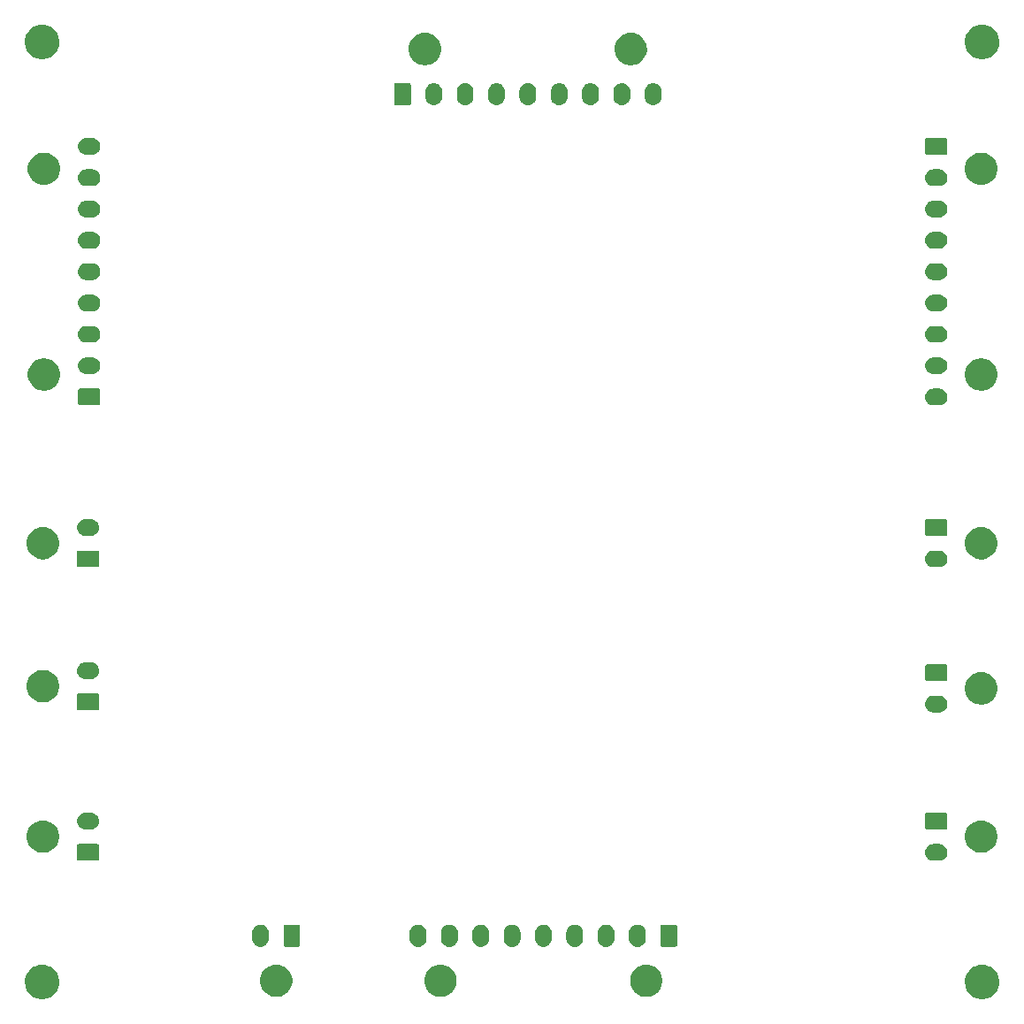
<source format=gbs>
G04 #@! TF.GenerationSoftware,KiCad,Pcbnew,(5.1.4)-1*
G04 #@! TF.CreationDate,2021-11-29T21:13:24-05:00*
G04 #@! TF.ProjectId,Lights_Board,4c696768-7473-45f4-926f-6172642e6b69,rev?*
G04 #@! TF.SameCoordinates,Original*
G04 #@! TF.FileFunction,Soldermask,Bot*
G04 #@! TF.FilePolarity,Negative*
%FSLAX46Y46*%
G04 Gerber Fmt 4.6, Leading zero omitted, Abs format (unit mm)*
G04 Created by KiCad (PCBNEW (5.1.4)-1) date 2021-11-29 21:13:24*
%MOMM*%
%LPD*%
G04 APERTURE LIST*
%ADD10C,0.100000*%
G04 APERTURE END LIST*
D10*
G36*
X195375256Y-143391298D02*
G01*
X195481579Y-143412447D01*
X195694037Y-143500450D01*
X195754564Y-143525521D01*
X195782042Y-143536903D01*
X196052451Y-143717585D01*
X196282415Y-143947549D01*
X196463097Y-144217958D01*
X196463098Y-144217960D01*
X196587553Y-144518422D01*
X196651000Y-144837389D01*
X196651000Y-145162611D01*
X196613246Y-145352410D01*
X196587553Y-145481579D01*
X196463097Y-145782042D01*
X196282415Y-146052451D01*
X196052451Y-146282415D01*
X195782042Y-146463097D01*
X195481579Y-146587553D01*
X195375256Y-146608702D01*
X195162611Y-146651000D01*
X194837389Y-146651000D01*
X194624744Y-146608702D01*
X194518421Y-146587553D01*
X194217958Y-146463097D01*
X193947549Y-146282415D01*
X193717585Y-146052451D01*
X193536903Y-145782042D01*
X193412447Y-145481579D01*
X193386754Y-145352410D01*
X193349000Y-145162611D01*
X193349000Y-144837389D01*
X193412447Y-144518422D01*
X193536902Y-144217960D01*
X193536903Y-144217958D01*
X193717585Y-143947549D01*
X193947549Y-143717585D01*
X194217958Y-143536903D01*
X194245437Y-143525521D01*
X194305963Y-143500450D01*
X194518421Y-143412447D01*
X194624744Y-143391298D01*
X194837389Y-143349000D01*
X195162611Y-143349000D01*
X195375256Y-143391298D01*
X195375256Y-143391298D01*
G37*
G36*
X105375256Y-143391298D02*
G01*
X105481579Y-143412447D01*
X105694037Y-143500450D01*
X105754564Y-143525521D01*
X105782042Y-143536903D01*
X106052451Y-143717585D01*
X106282415Y-143947549D01*
X106463097Y-144217958D01*
X106463098Y-144217960D01*
X106587553Y-144518422D01*
X106651000Y-144837389D01*
X106651000Y-145162611D01*
X106613246Y-145352410D01*
X106587553Y-145481579D01*
X106463097Y-145782042D01*
X106282415Y-146052451D01*
X106052451Y-146282415D01*
X105782042Y-146463097D01*
X105481579Y-146587553D01*
X105375256Y-146608702D01*
X105162611Y-146651000D01*
X104837389Y-146651000D01*
X104624744Y-146608702D01*
X104518421Y-146587553D01*
X104217958Y-146463097D01*
X103947549Y-146282415D01*
X103717585Y-146052451D01*
X103536903Y-145782042D01*
X103412447Y-145481579D01*
X103386754Y-145352410D01*
X103349000Y-145162611D01*
X103349000Y-144837389D01*
X103412447Y-144518422D01*
X103536902Y-144217960D01*
X103536903Y-144217958D01*
X103717585Y-143947549D01*
X103947549Y-143717585D01*
X104217958Y-143536903D01*
X104245437Y-143525521D01*
X104305963Y-143500450D01*
X104518421Y-143412447D01*
X104624744Y-143391298D01*
X104837389Y-143349000D01*
X105162611Y-143349000D01*
X105375256Y-143391298D01*
X105375256Y-143391298D01*
G37*
G36*
X143442585Y-143378802D02*
G01*
X143592410Y-143408604D01*
X143874674Y-143525521D01*
X144128705Y-143695259D01*
X144344741Y-143911295D01*
X144514479Y-144165326D01*
X144631396Y-144447590D01*
X144691000Y-144747240D01*
X144691000Y-145052760D01*
X144631396Y-145352410D01*
X144514479Y-145634674D01*
X144344741Y-145888705D01*
X144128705Y-146104741D01*
X143874674Y-146274479D01*
X143592410Y-146391396D01*
X143442585Y-146421198D01*
X143292761Y-146451000D01*
X142987239Y-146451000D01*
X142837415Y-146421198D01*
X142687590Y-146391396D01*
X142405326Y-146274479D01*
X142151295Y-146104741D01*
X141935259Y-145888705D01*
X141765521Y-145634674D01*
X141648604Y-145352410D01*
X141589000Y-145052760D01*
X141589000Y-144747240D01*
X141648604Y-144447590D01*
X141765521Y-144165326D01*
X141935259Y-143911295D01*
X142151295Y-143695259D01*
X142405326Y-143525521D01*
X142687590Y-143408604D01*
X142837415Y-143378802D01*
X142987239Y-143349000D01*
X143292761Y-143349000D01*
X143442585Y-143378802D01*
X143442585Y-143378802D01*
G37*
G36*
X127702585Y-143378802D02*
G01*
X127852410Y-143408604D01*
X128134674Y-143525521D01*
X128388705Y-143695259D01*
X128604741Y-143911295D01*
X128774479Y-144165326D01*
X128891396Y-144447590D01*
X128951000Y-144747240D01*
X128951000Y-145052760D01*
X128891396Y-145352410D01*
X128774479Y-145634674D01*
X128604741Y-145888705D01*
X128388705Y-146104741D01*
X128134674Y-146274479D01*
X127852410Y-146391396D01*
X127702585Y-146421198D01*
X127552761Y-146451000D01*
X127247239Y-146451000D01*
X127097415Y-146421198D01*
X126947590Y-146391396D01*
X126665326Y-146274479D01*
X126411295Y-146104741D01*
X126195259Y-145888705D01*
X126025521Y-145634674D01*
X125908604Y-145352410D01*
X125849000Y-145052760D01*
X125849000Y-144747240D01*
X125908604Y-144447590D01*
X126025521Y-144165326D01*
X126195259Y-143911295D01*
X126411295Y-143695259D01*
X126665326Y-143525521D01*
X126947590Y-143408604D01*
X127097415Y-143378802D01*
X127247239Y-143349000D01*
X127552761Y-143349000D01*
X127702585Y-143378802D01*
X127702585Y-143378802D01*
G37*
G36*
X163142585Y-143378802D02*
G01*
X163292410Y-143408604D01*
X163574674Y-143525521D01*
X163828705Y-143695259D01*
X164044741Y-143911295D01*
X164214479Y-144165326D01*
X164331396Y-144447590D01*
X164391000Y-144747240D01*
X164391000Y-145052760D01*
X164331396Y-145352410D01*
X164214479Y-145634674D01*
X164044741Y-145888705D01*
X163828705Y-146104741D01*
X163574674Y-146274479D01*
X163292410Y-146391396D01*
X163142585Y-146421198D01*
X162992761Y-146451000D01*
X162687239Y-146451000D01*
X162537415Y-146421198D01*
X162387590Y-146391396D01*
X162105326Y-146274479D01*
X161851295Y-146104741D01*
X161635259Y-145888705D01*
X161465521Y-145634674D01*
X161348604Y-145352410D01*
X161289000Y-145052760D01*
X161289000Y-144747240D01*
X161348604Y-144447590D01*
X161465521Y-144165326D01*
X161635259Y-143911295D01*
X161851295Y-143695259D01*
X162105326Y-143525521D01*
X162387590Y-143408604D01*
X162537415Y-143378802D01*
X162687239Y-143349000D01*
X162992761Y-143349000D01*
X163142585Y-143378802D01*
X163142585Y-143378802D01*
G37*
G36*
X162147023Y-139530590D02*
G01*
X162212512Y-139550456D01*
X162298013Y-139576392D01*
X162437165Y-139650771D01*
X162559133Y-139750867D01*
X162659229Y-139872835D01*
X162733608Y-140011987D01*
X162733608Y-140011988D01*
X162779410Y-140162977D01*
X162791000Y-140280655D01*
X162791000Y-140879345D01*
X162779410Y-140997023D01*
X162748875Y-141097682D01*
X162733608Y-141148013D01*
X162659230Y-141287164D01*
X162659229Y-141287165D01*
X162559133Y-141409133D01*
X162456881Y-141493048D01*
X162437164Y-141509229D01*
X162298012Y-141583608D01*
X162247681Y-141598875D01*
X162147022Y-141629410D01*
X161990000Y-141644875D01*
X161832977Y-141629410D01*
X161732318Y-141598875D01*
X161681987Y-141583608D01*
X161542835Y-141509229D01*
X161472118Y-141451193D01*
X161420867Y-141409133D01*
X161320771Y-141287164D01*
X161246393Y-141148013D01*
X161246392Y-141148012D01*
X161231125Y-141097681D01*
X161200590Y-140997022D01*
X161189000Y-140879344D01*
X161189000Y-140280655D01*
X161200590Y-140162977D01*
X161246392Y-140011988D01*
X161246392Y-140011987D01*
X161283582Y-139942412D01*
X161320772Y-139872835D01*
X161420868Y-139750867D01*
X161542836Y-139650771D01*
X161576807Y-139632613D01*
X161681988Y-139576392D01*
X161767489Y-139550456D01*
X161832978Y-139530590D01*
X161990000Y-139515125D01*
X162147023Y-139530590D01*
X162147023Y-139530590D01*
G37*
G36*
X159147023Y-139530590D02*
G01*
X159212512Y-139550456D01*
X159298013Y-139576392D01*
X159437165Y-139650771D01*
X159559133Y-139750867D01*
X159659229Y-139872835D01*
X159733608Y-140011987D01*
X159733608Y-140011988D01*
X159779410Y-140162977D01*
X159791000Y-140280655D01*
X159791000Y-140879345D01*
X159779410Y-140997023D01*
X159748875Y-141097682D01*
X159733608Y-141148013D01*
X159659230Y-141287164D01*
X159659229Y-141287165D01*
X159559133Y-141409133D01*
X159456881Y-141493048D01*
X159437164Y-141509229D01*
X159298012Y-141583608D01*
X159247681Y-141598875D01*
X159147022Y-141629410D01*
X158990000Y-141644875D01*
X158832977Y-141629410D01*
X158732318Y-141598875D01*
X158681987Y-141583608D01*
X158542835Y-141509229D01*
X158472118Y-141451193D01*
X158420867Y-141409133D01*
X158320771Y-141287164D01*
X158246393Y-141148013D01*
X158246392Y-141148012D01*
X158231125Y-141097681D01*
X158200590Y-140997022D01*
X158189000Y-140879344D01*
X158189000Y-140280655D01*
X158200590Y-140162977D01*
X158246392Y-140011988D01*
X158246392Y-140011987D01*
X158283582Y-139942412D01*
X158320772Y-139872835D01*
X158420868Y-139750867D01*
X158542836Y-139650771D01*
X158576807Y-139632613D01*
X158681988Y-139576392D01*
X158767489Y-139550456D01*
X158832978Y-139530590D01*
X158990000Y-139515125D01*
X159147023Y-139530590D01*
X159147023Y-139530590D01*
G37*
G36*
X156147023Y-139530590D02*
G01*
X156212512Y-139550456D01*
X156298013Y-139576392D01*
X156437165Y-139650771D01*
X156559133Y-139750867D01*
X156659229Y-139872835D01*
X156733608Y-140011987D01*
X156733608Y-140011988D01*
X156779410Y-140162977D01*
X156791000Y-140280655D01*
X156791000Y-140879345D01*
X156779410Y-140997023D01*
X156748875Y-141097682D01*
X156733608Y-141148013D01*
X156659230Y-141287164D01*
X156659229Y-141287165D01*
X156559133Y-141409133D01*
X156456881Y-141493048D01*
X156437164Y-141509229D01*
X156298012Y-141583608D01*
X156247681Y-141598875D01*
X156147022Y-141629410D01*
X155990000Y-141644875D01*
X155832977Y-141629410D01*
X155732318Y-141598875D01*
X155681987Y-141583608D01*
X155542835Y-141509229D01*
X155472118Y-141451193D01*
X155420867Y-141409133D01*
X155320771Y-141287164D01*
X155246393Y-141148013D01*
X155246392Y-141148012D01*
X155231125Y-141097681D01*
X155200590Y-140997022D01*
X155189000Y-140879344D01*
X155189000Y-140280655D01*
X155200590Y-140162977D01*
X155246392Y-140011988D01*
X155246392Y-140011987D01*
X155283582Y-139942412D01*
X155320772Y-139872835D01*
X155420868Y-139750867D01*
X155542836Y-139650771D01*
X155576807Y-139632613D01*
X155681988Y-139576392D01*
X155767489Y-139550456D01*
X155832978Y-139530590D01*
X155990000Y-139515125D01*
X156147023Y-139530590D01*
X156147023Y-139530590D01*
G37*
G36*
X153147023Y-139530590D02*
G01*
X153212512Y-139550456D01*
X153298013Y-139576392D01*
X153437165Y-139650771D01*
X153559133Y-139750867D01*
X153659229Y-139872835D01*
X153733608Y-140011987D01*
X153733608Y-140011988D01*
X153779410Y-140162977D01*
X153791000Y-140280655D01*
X153791000Y-140879345D01*
X153779410Y-140997023D01*
X153748875Y-141097682D01*
X153733608Y-141148013D01*
X153659230Y-141287164D01*
X153659229Y-141287165D01*
X153559133Y-141409133D01*
X153456881Y-141493048D01*
X153437164Y-141509229D01*
X153298012Y-141583608D01*
X153247681Y-141598875D01*
X153147022Y-141629410D01*
X152990000Y-141644875D01*
X152832977Y-141629410D01*
X152732318Y-141598875D01*
X152681987Y-141583608D01*
X152542835Y-141509229D01*
X152472118Y-141451193D01*
X152420867Y-141409133D01*
X152320771Y-141287164D01*
X152246393Y-141148013D01*
X152246392Y-141148012D01*
X152231125Y-141097681D01*
X152200590Y-140997022D01*
X152189000Y-140879344D01*
X152189000Y-140280655D01*
X152200590Y-140162977D01*
X152246392Y-140011988D01*
X152246392Y-140011987D01*
X152283582Y-139942412D01*
X152320772Y-139872835D01*
X152420868Y-139750867D01*
X152542836Y-139650771D01*
X152576807Y-139632613D01*
X152681988Y-139576392D01*
X152767489Y-139550456D01*
X152832978Y-139530590D01*
X152990000Y-139515125D01*
X153147023Y-139530590D01*
X153147023Y-139530590D01*
G37*
G36*
X150147023Y-139530590D02*
G01*
X150212512Y-139550456D01*
X150298013Y-139576392D01*
X150437165Y-139650771D01*
X150559133Y-139750867D01*
X150659229Y-139872835D01*
X150733608Y-140011987D01*
X150733608Y-140011988D01*
X150779410Y-140162977D01*
X150791000Y-140280655D01*
X150791000Y-140879345D01*
X150779410Y-140997023D01*
X150748875Y-141097682D01*
X150733608Y-141148013D01*
X150659230Y-141287164D01*
X150659229Y-141287165D01*
X150559133Y-141409133D01*
X150456881Y-141493048D01*
X150437164Y-141509229D01*
X150298012Y-141583608D01*
X150247681Y-141598875D01*
X150147022Y-141629410D01*
X149990000Y-141644875D01*
X149832977Y-141629410D01*
X149732318Y-141598875D01*
X149681987Y-141583608D01*
X149542835Y-141509229D01*
X149472118Y-141451193D01*
X149420867Y-141409133D01*
X149320771Y-141287164D01*
X149246393Y-141148013D01*
X149246392Y-141148012D01*
X149231125Y-141097681D01*
X149200590Y-140997022D01*
X149189000Y-140879344D01*
X149189000Y-140280655D01*
X149200590Y-140162977D01*
X149246392Y-140011988D01*
X149246392Y-140011987D01*
X149283582Y-139942412D01*
X149320772Y-139872835D01*
X149420868Y-139750867D01*
X149542836Y-139650771D01*
X149576807Y-139632613D01*
X149681988Y-139576392D01*
X149767489Y-139550456D01*
X149832978Y-139530590D01*
X149990000Y-139515125D01*
X150147023Y-139530590D01*
X150147023Y-139530590D01*
G37*
G36*
X147147023Y-139530590D02*
G01*
X147212512Y-139550456D01*
X147298013Y-139576392D01*
X147437165Y-139650771D01*
X147559133Y-139750867D01*
X147659229Y-139872835D01*
X147733608Y-140011987D01*
X147733608Y-140011988D01*
X147779410Y-140162977D01*
X147791000Y-140280655D01*
X147791000Y-140879345D01*
X147779410Y-140997023D01*
X147748875Y-141097682D01*
X147733608Y-141148013D01*
X147659230Y-141287164D01*
X147659229Y-141287165D01*
X147559133Y-141409133D01*
X147456881Y-141493048D01*
X147437164Y-141509229D01*
X147298012Y-141583608D01*
X147247681Y-141598875D01*
X147147022Y-141629410D01*
X146990000Y-141644875D01*
X146832977Y-141629410D01*
X146732318Y-141598875D01*
X146681987Y-141583608D01*
X146542835Y-141509229D01*
X146472118Y-141451193D01*
X146420867Y-141409133D01*
X146320771Y-141287164D01*
X146246393Y-141148013D01*
X146246392Y-141148012D01*
X146231125Y-141097681D01*
X146200590Y-140997022D01*
X146189000Y-140879344D01*
X146189000Y-140280655D01*
X146200590Y-140162977D01*
X146246392Y-140011988D01*
X146246392Y-140011987D01*
X146283582Y-139942412D01*
X146320772Y-139872835D01*
X146420868Y-139750867D01*
X146542836Y-139650771D01*
X146576807Y-139632613D01*
X146681988Y-139576392D01*
X146767489Y-139550456D01*
X146832978Y-139530590D01*
X146990000Y-139515125D01*
X147147023Y-139530590D01*
X147147023Y-139530590D01*
G37*
G36*
X144147023Y-139530590D02*
G01*
X144212512Y-139550456D01*
X144298013Y-139576392D01*
X144437165Y-139650771D01*
X144559133Y-139750867D01*
X144659229Y-139872835D01*
X144733608Y-140011987D01*
X144733608Y-140011988D01*
X144779410Y-140162977D01*
X144791000Y-140280655D01*
X144791000Y-140879345D01*
X144779410Y-140997023D01*
X144748875Y-141097682D01*
X144733608Y-141148013D01*
X144659230Y-141287164D01*
X144659229Y-141287165D01*
X144559133Y-141409133D01*
X144456881Y-141493048D01*
X144437164Y-141509229D01*
X144298012Y-141583608D01*
X144247681Y-141598875D01*
X144147022Y-141629410D01*
X143990000Y-141644875D01*
X143832977Y-141629410D01*
X143732318Y-141598875D01*
X143681987Y-141583608D01*
X143542835Y-141509229D01*
X143472118Y-141451193D01*
X143420867Y-141409133D01*
X143320771Y-141287164D01*
X143246393Y-141148013D01*
X143246392Y-141148012D01*
X143231125Y-141097681D01*
X143200590Y-140997022D01*
X143189000Y-140879344D01*
X143189000Y-140280655D01*
X143200590Y-140162977D01*
X143246392Y-140011988D01*
X143246392Y-140011987D01*
X143283582Y-139942412D01*
X143320772Y-139872835D01*
X143420868Y-139750867D01*
X143542836Y-139650771D01*
X143576807Y-139632613D01*
X143681988Y-139576392D01*
X143767489Y-139550456D01*
X143832978Y-139530590D01*
X143990000Y-139515125D01*
X144147023Y-139530590D01*
X144147023Y-139530590D01*
G37*
G36*
X141147023Y-139530590D02*
G01*
X141212512Y-139550456D01*
X141298013Y-139576392D01*
X141437165Y-139650771D01*
X141559133Y-139750867D01*
X141659229Y-139872835D01*
X141733608Y-140011987D01*
X141733608Y-140011988D01*
X141779410Y-140162977D01*
X141791000Y-140280655D01*
X141791000Y-140879345D01*
X141779410Y-140997023D01*
X141748875Y-141097682D01*
X141733608Y-141148013D01*
X141659230Y-141287164D01*
X141659229Y-141287165D01*
X141559133Y-141409133D01*
X141456881Y-141493048D01*
X141437164Y-141509229D01*
X141298012Y-141583608D01*
X141247681Y-141598875D01*
X141147022Y-141629410D01*
X140990000Y-141644875D01*
X140832977Y-141629410D01*
X140732318Y-141598875D01*
X140681987Y-141583608D01*
X140542835Y-141509229D01*
X140472118Y-141451193D01*
X140420867Y-141409133D01*
X140320771Y-141287164D01*
X140246393Y-141148013D01*
X140246392Y-141148012D01*
X140231125Y-141097681D01*
X140200590Y-140997022D01*
X140189000Y-140879344D01*
X140189000Y-140280655D01*
X140200590Y-140162977D01*
X140246392Y-140011988D01*
X140246392Y-140011987D01*
X140283582Y-139942412D01*
X140320772Y-139872835D01*
X140420868Y-139750867D01*
X140542836Y-139650771D01*
X140576807Y-139632613D01*
X140681988Y-139576392D01*
X140767489Y-139550456D01*
X140832978Y-139530590D01*
X140990000Y-139515125D01*
X141147023Y-139530590D01*
X141147023Y-139530590D01*
G37*
G36*
X126057023Y-139530590D02*
G01*
X126122512Y-139550456D01*
X126208013Y-139576392D01*
X126347165Y-139650771D01*
X126469133Y-139750867D01*
X126569229Y-139872835D01*
X126643608Y-140011987D01*
X126643608Y-140011988D01*
X126689410Y-140162977D01*
X126701000Y-140280655D01*
X126701000Y-140879345D01*
X126689410Y-140997023D01*
X126658875Y-141097682D01*
X126643608Y-141148013D01*
X126569230Y-141287164D01*
X126569229Y-141287165D01*
X126469133Y-141409133D01*
X126366881Y-141493048D01*
X126347164Y-141509229D01*
X126208012Y-141583608D01*
X126157681Y-141598875D01*
X126057022Y-141629410D01*
X125900000Y-141644875D01*
X125742977Y-141629410D01*
X125642318Y-141598875D01*
X125591987Y-141583608D01*
X125452835Y-141509229D01*
X125382118Y-141451193D01*
X125330867Y-141409133D01*
X125230771Y-141287164D01*
X125156393Y-141148013D01*
X125156392Y-141148012D01*
X125141125Y-141097681D01*
X125110590Y-140997022D01*
X125099000Y-140879344D01*
X125099000Y-140280655D01*
X125110590Y-140162977D01*
X125156392Y-140011988D01*
X125156392Y-140011987D01*
X125193582Y-139942412D01*
X125230772Y-139872835D01*
X125330868Y-139750867D01*
X125452836Y-139650771D01*
X125486807Y-139632613D01*
X125591988Y-139576392D01*
X125677489Y-139550456D01*
X125742978Y-139530590D01*
X125900000Y-139515125D01*
X126057023Y-139530590D01*
X126057023Y-139530590D01*
G37*
G36*
X129553048Y-139523122D02*
G01*
X129587387Y-139533539D01*
X129619036Y-139550456D01*
X129646778Y-139573222D01*
X129669544Y-139600964D01*
X129686461Y-139632613D01*
X129696878Y-139666952D01*
X129701000Y-139708807D01*
X129701000Y-141451193D01*
X129696878Y-141493048D01*
X129686461Y-141527387D01*
X129669544Y-141559036D01*
X129646778Y-141586778D01*
X129619036Y-141609544D01*
X129587387Y-141626461D01*
X129553048Y-141636878D01*
X129511193Y-141641000D01*
X128288807Y-141641000D01*
X128246952Y-141636878D01*
X128212613Y-141626461D01*
X128180964Y-141609544D01*
X128153222Y-141586778D01*
X128130456Y-141559036D01*
X128113539Y-141527387D01*
X128103122Y-141493048D01*
X128099000Y-141451193D01*
X128099000Y-139708807D01*
X128103122Y-139666952D01*
X128113539Y-139632613D01*
X128130456Y-139600964D01*
X128153222Y-139573222D01*
X128180964Y-139550456D01*
X128212613Y-139533539D01*
X128246952Y-139523122D01*
X128288807Y-139519000D01*
X129511193Y-139519000D01*
X129553048Y-139523122D01*
X129553048Y-139523122D01*
G37*
G36*
X165643048Y-139523122D02*
G01*
X165677387Y-139533539D01*
X165709036Y-139550456D01*
X165736778Y-139573222D01*
X165759544Y-139600964D01*
X165776461Y-139632613D01*
X165786878Y-139666952D01*
X165791000Y-139708807D01*
X165791000Y-141451193D01*
X165786878Y-141493048D01*
X165776461Y-141527387D01*
X165759544Y-141559036D01*
X165736778Y-141586778D01*
X165709036Y-141609544D01*
X165677387Y-141626461D01*
X165643048Y-141636878D01*
X165601193Y-141641000D01*
X164378807Y-141641000D01*
X164336952Y-141636878D01*
X164302613Y-141626461D01*
X164270964Y-141609544D01*
X164243222Y-141586778D01*
X164220456Y-141559036D01*
X164203539Y-141527387D01*
X164193122Y-141493048D01*
X164189000Y-141451193D01*
X164189000Y-139708807D01*
X164193122Y-139666952D01*
X164203539Y-139632613D01*
X164220456Y-139600964D01*
X164243222Y-139573222D01*
X164270964Y-139550456D01*
X164302613Y-139533539D01*
X164336952Y-139523122D01*
X164378807Y-139519000D01*
X165601193Y-139519000D01*
X165643048Y-139523122D01*
X165643048Y-139523122D01*
G37*
G36*
X190938571Y-131802863D02*
G01*
X191017023Y-131810590D01*
X191096417Y-131834674D01*
X191168013Y-131856392D01*
X191307165Y-131930771D01*
X191429133Y-132030867D01*
X191529229Y-132152835D01*
X191603608Y-132291987D01*
X191607477Y-132304741D01*
X191649410Y-132442977D01*
X191664875Y-132600000D01*
X191649410Y-132757023D01*
X191618875Y-132857682D01*
X191603608Y-132908013D01*
X191529229Y-133047165D01*
X191429133Y-133169133D01*
X191307165Y-133269229D01*
X191168013Y-133343608D01*
X191117682Y-133358875D01*
X191017023Y-133389410D01*
X190951432Y-133395870D01*
X190899346Y-133401000D01*
X190300654Y-133401000D01*
X190248568Y-133395870D01*
X190182977Y-133389410D01*
X190082318Y-133358875D01*
X190031987Y-133343608D01*
X189892835Y-133269229D01*
X189770867Y-133169133D01*
X189670771Y-133047165D01*
X189596392Y-132908013D01*
X189581125Y-132857682D01*
X189550590Y-132757023D01*
X189535125Y-132600000D01*
X189550590Y-132442977D01*
X189592523Y-132304741D01*
X189596392Y-132291987D01*
X189670771Y-132152835D01*
X189770867Y-132030867D01*
X189892835Y-131930771D01*
X190031987Y-131856392D01*
X190103583Y-131834674D01*
X190182977Y-131810590D01*
X190261429Y-131802863D01*
X190300654Y-131799000D01*
X190899346Y-131799000D01*
X190938571Y-131802863D01*
X190938571Y-131802863D01*
G37*
G36*
X110313048Y-131803122D02*
G01*
X110347387Y-131813539D01*
X110379036Y-131830456D01*
X110406778Y-131853222D01*
X110429544Y-131880964D01*
X110446461Y-131912613D01*
X110456878Y-131946952D01*
X110461000Y-131988807D01*
X110461000Y-133211193D01*
X110456878Y-133253048D01*
X110446461Y-133287387D01*
X110429544Y-133319036D01*
X110406778Y-133346778D01*
X110379036Y-133369544D01*
X110347387Y-133386461D01*
X110313048Y-133396878D01*
X110271193Y-133401000D01*
X108528807Y-133401000D01*
X108486952Y-133396878D01*
X108452613Y-133386461D01*
X108420964Y-133369544D01*
X108393222Y-133346778D01*
X108370456Y-133319036D01*
X108353539Y-133287387D01*
X108343122Y-133253048D01*
X108339000Y-133211193D01*
X108339000Y-131988807D01*
X108343122Y-131946952D01*
X108353539Y-131912613D01*
X108370456Y-131880964D01*
X108393222Y-131853222D01*
X108420964Y-131830456D01*
X108452613Y-131813539D01*
X108486952Y-131803122D01*
X108528807Y-131799000D01*
X110271193Y-131799000D01*
X110313048Y-131803122D01*
X110313048Y-131803122D01*
G37*
G36*
X195222585Y-129578802D02*
G01*
X195372410Y-129608604D01*
X195654674Y-129725521D01*
X195908705Y-129895259D01*
X196124741Y-130111295D01*
X196294479Y-130365326D01*
X196411396Y-130647590D01*
X196471000Y-130947240D01*
X196471000Y-131252760D01*
X196411396Y-131552410D01*
X196294479Y-131834674D01*
X196124741Y-132088705D01*
X195908705Y-132304741D01*
X195654674Y-132474479D01*
X195372410Y-132591396D01*
X195222585Y-132621198D01*
X195072761Y-132651000D01*
X194767239Y-132651000D01*
X194617415Y-132621198D01*
X194467590Y-132591396D01*
X194185326Y-132474479D01*
X193931295Y-132304741D01*
X193715259Y-132088705D01*
X193545521Y-131834674D01*
X193428604Y-131552410D01*
X193369000Y-131252760D01*
X193369000Y-130947240D01*
X193428604Y-130647590D01*
X193545521Y-130365326D01*
X193715259Y-130111295D01*
X193931295Y-129895259D01*
X194185326Y-129725521D01*
X194467590Y-129608604D01*
X194617415Y-129578802D01*
X194767239Y-129549000D01*
X195072761Y-129549000D01*
X195222585Y-129578802D01*
X195222585Y-129578802D01*
G37*
G36*
X105382585Y-129578802D02*
G01*
X105532410Y-129608604D01*
X105814674Y-129725521D01*
X106068705Y-129895259D01*
X106284741Y-130111295D01*
X106454479Y-130365326D01*
X106571396Y-130647590D01*
X106631000Y-130947240D01*
X106631000Y-131252760D01*
X106571396Y-131552410D01*
X106454479Y-131834674D01*
X106284741Y-132088705D01*
X106068705Y-132304741D01*
X105814674Y-132474479D01*
X105532410Y-132591396D01*
X105382585Y-132621198D01*
X105232761Y-132651000D01*
X104927239Y-132651000D01*
X104777415Y-132621198D01*
X104627590Y-132591396D01*
X104345326Y-132474479D01*
X104091295Y-132304741D01*
X103875259Y-132088705D01*
X103705521Y-131834674D01*
X103588604Y-131552410D01*
X103529000Y-131252760D01*
X103529000Y-130947240D01*
X103588604Y-130647590D01*
X103705521Y-130365326D01*
X103875259Y-130111295D01*
X104091295Y-129895259D01*
X104345326Y-129725521D01*
X104627590Y-129608604D01*
X104777415Y-129578802D01*
X104927239Y-129549000D01*
X105232761Y-129549000D01*
X105382585Y-129578802D01*
X105382585Y-129578802D01*
G37*
G36*
X109738571Y-128802863D02*
G01*
X109817023Y-128810590D01*
X109882512Y-128830456D01*
X109968013Y-128856392D01*
X110107165Y-128930771D01*
X110229133Y-129030867D01*
X110329229Y-129152835D01*
X110403608Y-129291987D01*
X110403608Y-129291988D01*
X110449410Y-129442977D01*
X110464875Y-129600000D01*
X110449410Y-129757023D01*
X110418875Y-129857682D01*
X110403608Y-129908013D01*
X110329229Y-130047165D01*
X110229133Y-130169133D01*
X110107165Y-130269229D01*
X109968013Y-130343608D01*
X109917682Y-130358875D01*
X109817023Y-130389410D01*
X109751432Y-130395870D01*
X109699346Y-130401000D01*
X109100654Y-130401000D01*
X109048568Y-130395870D01*
X108982977Y-130389410D01*
X108882318Y-130358875D01*
X108831987Y-130343608D01*
X108692835Y-130269229D01*
X108570867Y-130169133D01*
X108470771Y-130047165D01*
X108396392Y-129908013D01*
X108381125Y-129857682D01*
X108350590Y-129757023D01*
X108335125Y-129600000D01*
X108350590Y-129442977D01*
X108396392Y-129291988D01*
X108396392Y-129291987D01*
X108470771Y-129152835D01*
X108570867Y-129030867D01*
X108692835Y-128930771D01*
X108831987Y-128856392D01*
X108917488Y-128830456D01*
X108982977Y-128810590D01*
X109061429Y-128802863D01*
X109100654Y-128799000D01*
X109699346Y-128799000D01*
X109738571Y-128802863D01*
X109738571Y-128802863D01*
G37*
G36*
X191513048Y-128803122D02*
G01*
X191547387Y-128813539D01*
X191579036Y-128830456D01*
X191606778Y-128853222D01*
X191629544Y-128880964D01*
X191646461Y-128912613D01*
X191656878Y-128946952D01*
X191661000Y-128988807D01*
X191661000Y-130211193D01*
X191656878Y-130253048D01*
X191646461Y-130287387D01*
X191629544Y-130319036D01*
X191606778Y-130346778D01*
X191579036Y-130369544D01*
X191547387Y-130386461D01*
X191513048Y-130396878D01*
X191471193Y-130401000D01*
X189728807Y-130401000D01*
X189686952Y-130396878D01*
X189652613Y-130386461D01*
X189620964Y-130369544D01*
X189593222Y-130346778D01*
X189570456Y-130319036D01*
X189553539Y-130287387D01*
X189543122Y-130253048D01*
X189539000Y-130211193D01*
X189539000Y-128988807D01*
X189543122Y-128946952D01*
X189553539Y-128912613D01*
X189570456Y-128880964D01*
X189593222Y-128853222D01*
X189620964Y-128830456D01*
X189652613Y-128813539D01*
X189686952Y-128803122D01*
X189728807Y-128799000D01*
X191471193Y-128799000D01*
X191513048Y-128803122D01*
X191513048Y-128803122D01*
G37*
G36*
X190938571Y-117602863D02*
G01*
X191017023Y-117610590D01*
X191096417Y-117634674D01*
X191168013Y-117656392D01*
X191307165Y-117730771D01*
X191429133Y-117830867D01*
X191529229Y-117952835D01*
X191603608Y-118091987D01*
X191607477Y-118104741D01*
X191649410Y-118242977D01*
X191664875Y-118400000D01*
X191649410Y-118557023D01*
X191618875Y-118657682D01*
X191603608Y-118708013D01*
X191529229Y-118847165D01*
X191429133Y-118969133D01*
X191307165Y-119069229D01*
X191168013Y-119143608D01*
X191117682Y-119158875D01*
X191017023Y-119189410D01*
X190938571Y-119197137D01*
X190899346Y-119201000D01*
X190300654Y-119201000D01*
X190261429Y-119197137D01*
X190182977Y-119189410D01*
X190082318Y-119158875D01*
X190031987Y-119143608D01*
X189892835Y-119069229D01*
X189770867Y-118969133D01*
X189670771Y-118847165D01*
X189596392Y-118708013D01*
X189581125Y-118657682D01*
X189550590Y-118557023D01*
X189535125Y-118400000D01*
X189550590Y-118242977D01*
X189592523Y-118104741D01*
X189596392Y-118091987D01*
X189670771Y-117952835D01*
X189770867Y-117830867D01*
X189892835Y-117730771D01*
X190031987Y-117656392D01*
X190103583Y-117634674D01*
X190182977Y-117610590D01*
X190261429Y-117602863D01*
X190300654Y-117599000D01*
X190899346Y-117599000D01*
X190938571Y-117602863D01*
X190938571Y-117602863D01*
G37*
G36*
X110313048Y-117403122D02*
G01*
X110347387Y-117413539D01*
X110379036Y-117430456D01*
X110406778Y-117453222D01*
X110429544Y-117480964D01*
X110446461Y-117512613D01*
X110456878Y-117546952D01*
X110461000Y-117588807D01*
X110461000Y-118811193D01*
X110456878Y-118853048D01*
X110446461Y-118887387D01*
X110429544Y-118919036D01*
X110406778Y-118946778D01*
X110379036Y-118969544D01*
X110347387Y-118986461D01*
X110313048Y-118996878D01*
X110271193Y-119001000D01*
X108528807Y-119001000D01*
X108486952Y-118996878D01*
X108452613Y-118986461D01*
X108420964Y-118969544D01*
X108393222Y-118946778D01*
X108370456Y-118919036D01*
X108353539Y-118887387D01*
X108343122Y-118853048D01*
X108339000Y-118811193D01*
X108339000Y-117588807D01*
X108343122Y-117546952D01*
X108353539Y-117512613D01*
X108370456Y-117480964D01*
X108393222Y-117453222D01*
X108420964Y-117430456D01*
X108452613Y-117413539D01*
X108486952Y-117403122D01*
X108528807Y-117399000D01*
X110271193Y-117399000D01*
X110313048Y-117403122D01*
X110313048Y-117403122D01*
G37*
G36*
X195222585Y-115378802D02*
G01*
X195372410Y-115408604D01*
X195654674Y-115525521D01*
X195908705Y-115695259D01*
X196124741Y-115911295D01*
X196294479Y-116165326D01*
X196411396Y-116447590D01*
X196471000Y-116747240D01*
X196471000Y-117052760D01*
X196411396Y-117352410D01*
X196294479Y-117634674D01*
X196124741Y-117888705D01*
X195908705Y-118104741D01*
X195654674Y-118274479D01*
X195372410Y-118391396D01*
X195222585Y-118421198D01*
X195072761Y-118451000D01*
X194767239Y-118451000D01*
X194617415Y-118421198D01*
X194467590Y-118391396D01*
X194185326Y-118274479D01*
X193931295Y-118104741D01*
X193715259Y-117888705D01*
X193545521Y-117634674D01*
X193428604Y-117352410D01*
X193369000Y-117052760D01*
X193369000Y-116747240D01*
X193428604Y-116447590D01*
X193545521Y-116165326D01*
X193715259Y-115911295D01*
X193931295Y-115695259D01*
X194185326Y-115525521D01*
X194467590Y-115408604D01*
X194617415Y-115378802D01*
X194767239Y-115349000D01*
X195072761Y-115349000D01*
X195222585Y-115378802D01*
X195222585Y-115378802D01*
G37*
G36*
X105382585Y-115178802D02*
G01*
X105532410Y-115208604D01*
X105814674Y-115325521D01*
X106068705Y-115495259D01*
X106284741Y-115711295D01*
X106454479Y-115965326D01*
X106571396Y-116247590D01*
X106631000Y-116547240D01*
X106631000Y-116852760D01*
X106571396Y-117152410D01*
X106454479Y-117434674D01*
X106284741Y-117688705D01*
X106068705Y-117904741D01*
X105814674Y-118074479D01*
X105532410Y-118191396D01*
X105382585Y-118221198D01*
X105232761Y-118251000D01*
X104927239Y-118251000D01*
X104777415Y-118221198D01*
X104627590Y-118191396D01*
X104345326Y-118074479D01*
X104091295Y-117904741D01*
X103875259Y-117688705D01*
X103705521Y-117434674D01*
X103588604Y-117152410D01*
X103529000Y-116852760D01*
X103529000Y-116547240D01*
X103588604Y-116247590D01*
X103705521Y-115965326D01*
X103875259Y-115711295D01*
X104091295Y-115495259D01*
X104345326Y-115325521D01*
X104627590Y-115208604D01*
X104777415Y-115178802D01*
X104927239Y-115149000D01*
X105232761Y-115149000D01*
X105382585Y-115178802D01*
X105382585Y-115178802D01*
G37*
G36*
X191513048Y-114603122D02*
G01*
X191547387Y-114613539D01*
X191579036Y-114630456D01*
X191606778Y-114653222D01*
X191629544Y-114680964D01*
X191646461Y-114712613D01*
X191656878Y-114746952D01*
X191661000Y-114788807D01*
X191661000Y-116011193D01*
X191656878Y-116053048D01*
X191646461Y-116087387D01*
X191629544Y-116119036D01*
X191606778Y-116146778D01*
X191579036Y-116169544D01*
X191547387Y-116186461D01*
X191513048Y-116196878D01*
X191471193Y-116201000D01*
X189728807Y-116201000D01*
X189686952Y-116196878D01*
X189652613Y-116186461D01*
X189620964Y-116169544D01*
X189593222Y-116146778D01*
X189570456Y-116119036D01*
X189553539Y-116087387D01*
X189543122Y-116053048D01*
X189539000Y-116011193D01*
X189539000Y-114788807D01*
X189543122Y-114746952D01*
X189553539Y-114712613D01*
X189570456Y-114680964D01*
X189593222Y-114653222D01*
X189620964Y-114630456D01*
X189652613Y-114613539D01*
X189686952Y-114603122D01*
X189728807Y-114599000D01*
X191471193Y-114599000D01*
X191513048Y-114603122D01*
X191513048Y-114603122D01*
G37*
G36*
X109738571Y-114402863D02*
G01*
X109817023Y-114410590D01*
X109917682Y-114441125D01*
X109968013Y-114456392D01*
X110107165Y-114530771D01*
X110229133Y-114630867D01*
X110329229Y-114752835D01*
X110403608Y-114891987D01*
X110403608Y-114891988D01*
X110449410Y-115042977D01*
X110464875Y-115200000D01*
X110449410Y-115357023D01*
X110433763Y-115408604D01*
X110403608Y-115508013D01*
X110329229Y-115647165D01*
X110229133Y-115769133D01*
X110107165Y-115869229D01*
X109968013Y-115943608D01*
X109917682Y-115958875D01*
X109817023Y-115989410D01*
X109738571Y-115997137D01*
X109699346Y-116001000D01*
X109100654Y-116001000D01*
X109061429Y-115997137D01*
X108982977Y-115989410D01*
X108882318Y-115958875D01*
X108831987Y-115943608D01*
X108692835Y-115869229D01*
X108570867Y-115769133D01*
X108470771Y-115647165D01*
X108396392Y-115508013D01*
X108366237Y-115408604D01*
X108350590Y-115357023D01*
X108335125Y-115200000D01*
X108350590Y-115042977D01*
X108396392Y-114891988D01*
X108396392Y-114891987D01*
X108470771Y-114752835D01*
X108570867Y-114630867D01*
X108692835Y-114530771D01*
X108831987Y-114456392D01*
X108882318Y-114441125D01*
X108982977Y-114410590D01*
X109061429Y-114402863D01*
X109100654Y-114399000D01*
X109699346Y-114399000D01*
X109738571Y-114402863D01*
X109738571Y-114402863D01*
G37*
G36*
X110313048Y-103703122D02*
G01*
X110347387Y-103713539D01*
X110379036Y-103730456D01*
X110406778Y-103753222D01*
X110429544Y-103780964D01*
X110446461Y-103812613D01*
X110456878Y-103846952D01*
X110461000Y-103888807D01*
X110461000Y-105111193D01*
X110456878Y-105153048D01*
X110446461Y-105187387D01*
X110429544Y-105219036D01*
X110406778Y-105246778D01*
X110379036Y-105269544D01*
X110347387Y-105286461D01*
X110313048Y-105296878D01*
X110271193Y-105301000D01*
X108528807Y-105301000D01*
X108486952Y-105296878D01*
X108452613Y-105286461D01*
X108420964Y-105269544D01*
X108393222Y-105246778D01*
X108370456Y-105219036D01*
X108353539Y-105187387D01*
X108343122Y-105153048D01*
X108339000Y-105111193D01*
X108339000Y-103888807D01*
X108343122Y-103846952D01*
X108353539Y-103812613D01*
X108370456Y-103780964D01*
X108393222Y-103753222D01*
X108420964Y-103730456D01*
X108452613Y-103713539D01*
X108486952Y-103703122D01*
X108528807Y-103699000D01*
X110271193Y-103699000D01*
X110313048Y-103703122D01*
X110313048Y-103703122D01*
G37*
G36*
X190938571Y-103702863D02*
G01*
X191017023Y-103710590D01*
X191096417Y-103734674D01*
X191168013Y-103756392D01*
X191307165Y-103830771D01*
X191429133Y-103930867D01*
X191529229Y-104052835D01*
X191603608Y-104191987D01*
X191607477Y-104204741D01*
X191649410Y-104342977D01*
X191664875Y-104500000D01*
X191649410Y-104657023D01*
X191618875Y-104757682D01*
X191603608Y-104808013D01*
X191529229Y-104947165D01*
X191429133Y-105069133D01*
X191307165Y-105169229D01*
X191168013Y-105243608D01*
X191117682Y-105258875D01*
X191017023Y-105289410D01*
X190951432Y-105295870D01*
X190899346Y-105301000D01*
X190300654Y-105301000D01*
X190248568Y-105295870D01*
X190182977Y-105289410D01*
X190082318Y-105258875D01*
X190031987Y-105243608D01*
X189892835Y-105169229D01*
X189770867Y-105069133D01*
X189670771Y-104947165D01*
X189596392Y-104808013D01*
X189581125Y-104757682D01*
X189550590Y-104657023D01*
X189535125Y-104500000D01*
X189550590Y-104342977D01*
X189592523Y-104204741D01*
X189596392Y-104191987D01*
X189670771Y-104052835D01*
X189770867Y-103930867D01*
X189892835Y-103830771D01*
X190031987Y-103756392D01*
X190103583Y-103734674D01*
X190182977Y-103710590D01*
X190261429Y-103702863D01*
X190300654Y-103699000D01*
X190899346Y-103699000D01*
X190938571Y-103702863D01*
X190938571Y-103702863D01*
G37*
G36*
X195222585Y-101478802D02*
G01*
X195372410Y-101508604D01*
X195654674Y-101625521D01*
X195908705Y-101795259D01*
X196124741Y-102011295D01*
X196294479Y-102265326D01*
X196411396Y-102547590D01*
X196471000Y-102847240D01*
X196471000Y-103152760D01*
X196411396Y-103452410D01*
X196294479Y-103734674D01*
X196124741Y-103988705D01*
X195908705Y-104204741D01*
X195654674Y-104374479D01*
X195372410Y-104491396D01*
X195222585Y-104521198D01*
X195072761Y-104551000D01*
X194767239Y-104551000D01*
X194617415Y-104521198D01*
X194467590Y-104491396D01*
X194185326Y-104374479D01*
X193931295Y-104204741D01*
X193715259Y-103988705D01*
X193545521Y-103734674D01*
X193428604Y-103452410D01*
X193369000Y-103152760D01*
X193369000Y-102847240D01*
X193428604Y-102547590D01*
X193545521Y-102265326D01*
X193715259Y-102011295D01*
X193931295Y-101795259D01*
X194185326Y-101625521D01*
X194467590Y-101508604D01*
X194617415Y-101478802D01*
X194767239Y-101449000D01*
X195072761Y-101449000D01*
X195222585Y-101478802D01*
X195222585Y-101478802D01*
G37*
G36*
X105382585Y-101478802D02*
G01*
X105532410Y-101508604D01*
X105814674Y-101625521D01*
X106068705Y-101795259D01*
X106284741Y-102011295D01*
X106454479Y-102265326D01*
X106571396Y-102547590D01*
X106631000Y-102847240D01*
X106631000Y-103152760D01*
X106571396Y-103452410D01*
X106454479Y-103734674D01*
X106284741Y-103988705D01*
X106068705Y-104204741D01*
X105814674Y-104374479D01*
X105532410Y-104491396D01*
X105382585Y-104521198D01*
X105232761Y-104551000D01*
X104927239Y-104551000D01*
X104777415Y-104521198D01*
X104627590Y-104491396D01*
X104345326Y-104374479D01*
X104091295Y-104204741D01*
X103875259Y-103988705D01*
X103705521Y-103734674D01*
X103588604Y-103452410D01*
X103529000Y-103152760D01*
X103529000Y-102847240D01*
X103588604Y-102547590D01*
X103705521Y-102265326D01*
X103875259Y-102011295D01*
X104091295Y-101795259D01*
X104345326Y-101625521D01*
X104627590Y-101508604D01*
X104777415Y-101478802D01*
X104927239Y-101449000D01*
X105232761Y-101449000D01*
X105382585Y-101478802D01*
X105382585Y-101478802D01*
G37*
G36*
X191513048Y-100703122D02*
G01*
X191547387Y-100713539D01*
X191579036Y-100730456D01*
X191606778Y-100753222D01*
X191629544Y-100780964D01*
X191646461Y-100812613D01*
X191656878Y-100846952D01*
X191661000Y-100888807D01*
X191661000Y-102111193D01*
X191656878Y-102153048D01*
X191646461Y-102187387D01*
X191629544Y-102219036D01*
X191606778Y-102246778D01*
X191579036Y-102269544D01*
X191547387Y-102286461D01*
X191513048Y-102296878D01*
X191471193Y-102301000D01*
X189728807Y-102301000D01*
X189686952Y-102296878D01*
X189652613Y-102286461D01*
X189620964Y-102269544D01*
X189593222Y-102246778D01*
X189570456Y-102219036D01*
X189553539Y-102187387D01*
X189543122Y-102153048D01*
X189539000Y-102111193D01*
X189539000Y-100888807D01*
X189543122Y-100846952D01*
X189553539Y-100812613D01*
X189570456Y-100780964D01*
X189593222Y-100753222D01*
X189620964Y-100730456D01*
X189652613Y-100713539D01*
X189686952Y-100703122D01*
X189728807Y-100699000D01*
X191471193Y-100699000D01*
X191513048Y-100703122D01*
X191513048Y-100703122D01*
G37*
G36*
X109738571Y-100702863D02*
G01*
X109817023Y-100710590D01*
X109882512Y-100730456D01*
X109968013Y-100756392D01*
X110107165Y-100830771D01*
X110229133Y-100930867D01*
X110329229Y-101052835D01*
X110403608Y-101191987D01*
X110403608Y-101191988D01*
X110449410Y-101342977D01*
X110464875Y-101500000D01*
X110449410Y-101657023D01*
X110418875Y-101757682D01*
X110403608Y-101808013D01*
X110329229Y-101947165D01*
X110229133Y-102069133D01*
X110107165Y-102169229D01*
X109968013Y-102243608D01*
X109917682Y-102258875D01*
X109817023Y-102289410D01*
X109751432Y-102295870D01*
X109699346Y-102301000D01*
X109100654Y-102301000D01*
X109048568Y-102295870D01*
X108982977Y-102289410D01*
X108882318Y-102258875D01*
X108831987Y-102243608D01*
X108692835Y-102169229D01*
X108570867Y-102069133D01*
X108470771Y-101947165D01*
X108396392Y-101808013D01*
X108381125Y-101757682D01*
X108350590Y-101657023D01*
X108335125Y-101500000D01*
X108350590Y-101342977D01*
X108396392Y-101191988D01*
X108396392Y-101191987D01*
X108470771Y-101052835D01*
X108570867Y-100930867D01*
X108692835Y-100830771D01*
X108831987Y-100756392D01*
X108917488Y-100730456D01*
X108982977Y-100710590D01*
X109061429Y-100702863D01*
X109100654Y-100699000D01*
X109699346Y-100699000D01*
X109738571Y-100702863D01*
X109738571Y-100702863D01*
G37*
G36*
X190938571Y-88202863D02*
G01*
X191017023Y-88210590D01*
X191082512Y-88230456D01*
X191168013Y-88256392D01*
X191307165Y-88330771D01*
X191429133Y-88430867D01*
X191529229Y-88552835D01*
X191603608Y-88691987D01*
X191603608Y-88691988D01*
X191649410Y-88842977D01*
X191664875Y-89000000D01*
X191649410Y-89157023D01*
X191618875Y-89257682D01*
X191603608Y-89308013D01*
X191529229Y-89447165D01*
X191429133Y-89569133D01*
X191307165Y-89669229D01*
X191168013Y-89743608D01*
X191117682Y-89758875D01*
X191017023Y-89789410D01*
X190951432Y-89795870D01*
X190899346Y-89801000D01*
X190300654Y-89801000D01*
X190248568Y-89795870D01*
X190182977Y-89789410D01*
X190082318Y-89758875D01*
X190031987Y-89743608D01*
X189892835Y-89669229D01*
X189770867Y-89569133D01*
X189670771Y-89447165D01*
X189596392Y-89308013D01*
X189581125Y-89257682D01*
X189550590Y-89157023D01*
X189535125Y-89000000D01*
X189550590Y-88842977D01*
X189596392Y-88691988D01*
X189596392Y-88691987D01*
X189670771Y-88552835D01*
X189770867Y-88430867D01*
X189892835Y-88330771D01*
X190031987Y-88256392D01*
X190117488Y-88230456D01*
X190182977Y-88210590D01*
X190261429Y-88202863D01*
X190300654Y-88199000D01*
X190899346Y-88199000D01*
X190938571Y-88202863D01*
X190938571Y-88202863D01*
G37*
G36*
X110413048Y-88203122D02*
G01*
X110447387Y-88213539D01*
X110479036Y-88230456D01*
X110506778Y-88253222D01*
X110529544Y-88280964D01*
X110546461Y-88312613D01*
X110556878Y-88346952D01*
X110561000Y-88388807D01*
X110561000Y-89611193D01*
X110556878Y-89653048D01*
X110546461Y-89687387D01*
X110529544Y-89719036D01*
X110506778Y-89746778D01*
X110479036Y-89769544D01*
X110447387Y-89786461D01*
X110413048Y-89796878D01*
X110371193Y-89801000D01*
X108628807Y-89801000D01*
X108586952Y-89796878D01*
X108552613Y-89786461D01*
X108520964Y-89769544D01*
X108493222Y-89746778D01*
X108470456Y-89719036D01*
X108453539Y-89687387D01*
X108443122Y-89653048D01*
X108439000Y-89611193D01*
X108439000Y-88388807D01*
X108443122Y-88346952D01*
X108453539Y-88312613D01*
X108470456Y-88280964D01*
X108493222Y-88253222D01*
X108520964Y-88230456D01*
X108552613Y-88213539D01*
X108586952Y-88203122D01*
X108628807Y-88199000D01*
X110371193Y-88199000D01*
X110413048Y-88203122D01*
X110413048Y-88203122D01*
G37*
G36*
X195222585Y-85328802D02*
G01*
X195372410Y-85358604D01*
X195654674Y-85475521D01*
X195908705Y-85645259D01*
X196124741Y-85861295D01*
X196294479Y-86115326D01*
X196411396Y-86397590D01*
X196471000Y-86697240D01*
X196471000Y-87002760D01*
X196411396Y-87302410D01*
X196294479Y-87584674D01*
X196124741Y-87838705D01*
X195908705Y-88054741D01*
X195654674Y-88224479D01*
X195372410Y-88341396D01*
X195222585Y-88371198D01*
X195072761Y-88401000D01*
X194767239Y-88401000D01*
X194617415Y-88371198D01*
X194467590Y-88341396D01*
X194185326Y-88224479D01*
X193931295Y-88054741D01*
X193715259Y-87838705D01*
X193545521Y-87584674D01*
X193428604Y-87302410D01*
X193369000Y-87002760D01*
X193369000Y-86697240D01*
X193428604Y-86397590D01*
X193545521Y-86115326D01*
X193715259Y-85861295D01*
X193931295Y-85645259D01*
X194185326Y-85475521D01*
X194467590Y-85358604D01*
X194617415Y-85328802D01*
X194767239Y-85299000D01*
X195072761Y-85299000D01*
X195222585Y-85328802D01*
X195222585Y-85328802D01*
G37*
G36*
X105482585Y-85328802D02*
G01*
X105632410Y-85358604D01*
X105914674Y-85475521D01*
X106168705Y-85645259D01*
X106384741Y-85861295D01*
X106554479Y-86115326D01*
X106671396Y-86397590D01*
X106731000Y-86697240D01*
X106731000Y-87002760D01*
X106671396Y-87302410D01*
X106554479Y-87584674D01*
X106384741Y-87838705D01*
X106168705Y-88054741D01*
X105914674Y-88224479D01*
X105632410Y-88341396D01*
X105482585Y-88371198D01*
X105332761Y-88401000D01*
X105027239Y-88401000D01*
X104877415Y-88371198D01*
X104727590Y-88341396D01*
X104445326Y-88224479D01*
X104191295Y-88054741D01*
X103975259Y-87838705D01*
X103805521Y-87584674D01*
X103688604Y-87302410D01*
X103629000Y-87002760D01*
X103629000Y-86697240D01*
X103688604Y-86397590D01*
X103805521Y-86115326D01*
X103975259Y-85861295D01*
X104191295Y-85645259D01*
X104445326Y-85475521D01*
X104727590Y-85358604D01*
X104877415Y-85328802D01*
X105027239Y-85299000D01*
X105332761Y-85299000D01*
X105482585Y-85328802D01*
X105482585Y-85328802D01*
G37*
G36*
X190938571Y-85202863D02*
G01*
X191017023Y-85210590D01*
X191117682Y-85241125D01*
X191168013Y-85256392D01*
X191307165Y-85330771D01*
X191429133Y-85430867D01*
X191529229Y-85552835D01*
X191603608Y-85691987D01*
X191603608Y-85691988D01*
X191649410Y-85842977D01*
X191664875Y-86000000D01*
X191649410Y-86157023D01*
X191618875Y-86257682D01*
X191603608Y-86308013D01*
X191529229Y-86447165D01*
X191429133Y-86569133D01*
X191307165Y-86669229D01*
X191168013Y-86743608D01*
X191117682Y-86758875D01*
X191017023Y-86789410D01*
X190938571Y-86797137D01*
X190899346Y-86801000D01*
X190300654Y-86801000D01*
X190261429Y-86797137D01*
X190182977Y-86789410D01*
X190082318Y-86758875D01*
X190031987Y-86743608D01*
X189892835Y-86669229D01*
X189770867Y-86569133D01*
X189670771Y-86447165D01*
X189596392Y-86308013D01*
X189581125Y-86257682D01*
X189550590Y-86157023D01*
X189535125Y-86000000D01*
X189550590Y-85842977D01*
X189596392Y-85691988D01*
X189596392Y-85691987D01*
X189670771Y-85552835D01*
X189770867Y-85430867D01*
X189892835Y-85330771D01*
X190031987Y-85256392D01*
X190082318Y-85241125D01*
X190182977Y-85210590D01*
X190261429Y-85202863D01*
X190300654Y-85199000D01*
X190899346Y-85199000D01*
X190938571Y-85202863D01*
X190938571Y-85202863D01*
G37*
G36*
X109838571Y-85202863D02*
G01*
X109917023Y-85210590D01*
X110017682Y-85241125D01*
X110068013Y-85256392D01*
X110207165Y-85330771D01*
X110329133Y-85430867D01*
X110429229Y-85552835D01*
X110503608Y-85691987D01*
X110503608Y-85691988D01*
X110549410Y-85842977D01*
X110564875Y-86000000D01*
X110549410Y-86157023D01*
X110518875Y-86257682D01*
X110503608Y-86308013D01*
X110429229Y-86447165D01*
X110329133Y-86569133D01*
X110207165Y-86669229D01*
X110068013Y-86743608D01*
X110017682Y-86758875D01*
X109917023Y-86789410D01*
X109838571Y-86797137D01*
X109799346Y-86801000D01*
X109200654Y-86801000D01*
X109161429Y-86797137D01*
X109082977Y-86789410D01*
X108982318Y-86758875D01*
X108931987Y-86743608D01*
X108792835Y-86669229D01*
X108670867Y-86569133D01*
X108570771Y-86447165D01*
X108496392Y-86308013D01*
X108481125Y-86257682D01*
X108450590Y-86157023D01*
X108435125Y-86000000D01*
X108450590Y-85842977D01*
X108496392Y-85691988D01*
X108496392Y-85691987D01*
X108570771Y-85552835D01*
X108670867Y-85430867D01*
X108792835Y-85330771D01*
X108931987Y-85256392D01*
X108982318Y-85241125D01*
X109082977Y-85210590D01*
X109161429Y-85202863D01*
X109200654Y-85199000D01*
X109799346Y-85199000D01*
X109838571Y-85202863D01*
X109838571Y-85202863D01*
G37*
G36*
X109838571Y-82202863D02*
G01*
X109917023Y-82210590D01*
X110017682Y-82241125D01*
X110068013Y-82256392D01*
X110207165Y-82330771D01*
X110329133Y-82430867D01*
X110429229Y-82552835D01*
X110503608Y-82691987D01*
X110503608Y-82691988D01*
X110549410Y-82842977D01*
X110564875Y-83000000D01*
X110549410Y-83157023D01*
X110518875Y-83257682D01*
X110503608Y-83308013D01*
X110429229Y-83447165D01*
X110329133Y-83569133D01*
X110207165Y-83669229D01*
X110068013Y-83743608D01*
X110017682Y-83758875D01*
X109917023Y-83789410D01*
X109838571Y-83797137D01*
X109799346Y-83801000D01*
X109200654Y-83801000D01*
X109161429Y-83797137D01*
X109082977Y-83789410D01*
X108982318Y-83758875D01*
X108931987Y-83743608D01*
X108792835Y-83669229D01*
X108670867Y-83569133D01*
X108570771Y-83447165D01*
X108496392Y-83308013D01*
X108481125Y-83257682D01*
X108450590Y-83157023D01*
X108435125Y-83000000D01*
X108450590Y-82842977D01*
X108496392Y-82691988D01*
X108496392Y-82691987D01*
X108570771Y-82552835D01*
X108670867Y-82430867D01*
X108792835Y-82330771D01*
X108931987Y-82256392D01*
X108982318Y-82241125D01*
X109082977Y-82210590D01*
X109161429Y-82202863D01*
X109200654Y-82199000D01*
X109799346Y-82199000D01*
X109838571Y-82202863D01*
X109838571Y-82202863D01*
G37*
G36*
X190938571Y-82202863D02*
G01*
X191017023Y-82210590D01*
X191117682Y-82241125D01*
X191168013Y-82256392D01*
X191307165Y-82330771D01*
X191429133Y-82430867D01*
X191529229Y-82552835D01*
X191603608Y-82691987D01*
X191603608Y-82691988D01*
X191649410Y-82842977D01*
X191664875Y-83000000D01*
X191649410Y-83157023D01*
X191618875Y-83257682D01*
X191603608Y-83308013D01*
X191529229Y-83447165D01*
X191429133Y-83569133D01*
X191307165Y-83669229D01*
X191168013Y-83743608D01*
X191117682Y-83758875D01*
X191017023Y-83789410D01*
X190938571Y-83797137D01*
X190899346Y-83801000D01*
X190300654Y-83801000D01*
X190261429Y-83797137D01*
X190182977Y-83789410D01*
X190082318Y-83758875D01*
X190031987Y-83743608D01*
X189892835Y-83669229D01*
X189770867Y-83569133D01*
X189670771Y-83447165D01*
X189596392Y-83308013D01*
X189581125Y-83257682D01*
X189550590Y-83157023D01*
X189535125Y-83000000D01*
X189550590Y-82842977D01*
X189596392Y-82691988D01*
X189596392Y-82691987D01*
X189670771Y-82552835D01*
X189770867Y-82430867D01*
X189892835Y-82330771D01*
X190031987Y-82256392D01*
X190082318Y-82241125D01*
X190182977Y-82210590D01*
X190261429Y-82202863D01*
X190300654Y-82199000D01*
X190899346Y-82199000D01*
X190938571Y-82202863D01*
X190938571Y-82202863D01*
G37*
G36*
X190938571Y-79202863D02*
G01*
X191017023Y-79210590D01*
X191117682Y-79241125D01*
X191168013Y-79256392D01*
X191307165Y-79330771D01*
X191429133Y-79430867D01*
X191529229Y-79552835D01*
X191603608Y-79691987D01*
X191603608Y-79691988D01*
X191649410Y-79842977D01*
X191664875Y-80000000D01*
X191649410Y-80157023D01*
X191618875Y-80257682D01*
X191603608Y-80308013D01*
X191529229Y-80447165D01*
X191429133Y-80569133D01*
X191307165Y-80669229D01*
X191168013Y-80743608D01*
X191117682Y-80758875D01*
X191017023Y-80789410D01*
X190938571Y-80797137D01*
X190899346Y-80801000D01*
X190300654Y-80801000D01*
X190261429Y-80797137D01*
X190182977Y-80789410D01*
X190082318Y-80758875D01*
X190031987Y-80743608D01*
X189892835Y-80669229D01*
X189770867Y-80569133D01*
X189670771Y-80447165D01*
X189596392Y-80308013D01*
X189581125Y-80257682D01*
X189550590Y-80157023D01*
X189535125Y-80000000D01*
X189550590Y-79842977D01*
X189596392Y-79691988D01*
X189596392Y-79691987D01*
X189670771Y-79552835D01*
X189770867Y-79430867D01*
X189892835Y-79330771D01*
X190031987Y-79256392D01*
X190082318Y-79241125D01*
X190182977Y-79210590D01*
X190261429Y-79202863D01*
X190300654Y-79199000D01*
X190899346Y-79199000D01*
X190938571Y-79202863D01*
X190938571Y-79202863D01*
G37*
G36*
X109838571Y-79202863D02*
G01*
X109917023Y-79210590D01*
X110017682Y-79241125D01*
X110068013Y-79256392D01*
X110207165Y-79330771D01*
X110329133Y-79430867D01*
X110429229Y-79552835D01*
X110503608Y-79691987D01*
X110503608Y-79691988D01*
X110549410Y-79842977D01*
X110564875Y-80000000D01*
X110549410Y-80157023D01*
X110518875Y-80257682D01*
X110503608Y-80308013D01*
X110429229Y-80447165D01*
X110329133Y-80569133D01*
X110207165Y-80669229D01*
X110068013Y-80743608D01*
X110017682Y-80758875D01*
X109917023Y-80789410D01*
X109838571Y-80797137D01*
X109799346Y-80801000D01*
X109200654Y-80801000D01*
X109161429Y-80797137D01*
X109082977Y-80789410D01*
X108982318Y-80758875D01*
X108931987Y-80743608D01*
X108792835Y-80669229D01*
X108670867Y-80569133D01*
X108570771Y-80447165D01*
X108496392Y-80308013D01*
X108481125Y-80257682D01*
X108450590Y-80157023D01*
X108435125Y-80000000D01*
X108450590Y-79842977D01*
X108496392Y-79691988D01*
X108496392Y-79691987D01*
X108570771Y-79552835D01*
X108670867Y-79430867D01*
X108792835Y-79330771D01*
X108931987Y-79256392D01*
X108982318Y-79241125D01*
X109082977Y-79210590D01*
X109161429Y-79202863D01*
X109200654Y-79199000D01*
X109799346Y-79199000D01*
X109838571Y-79202863D01*
X109838571Y-79202863D01*
G37*
G36*
X190938571Y-76202863D02*
G01*
X191017023Y-76210590D01*
X191117682Y-76241125D01*
X191168013Y-76256392D01*
X191307165Y-76330771D01*
X191429133Y-76430867D01*
X191529229Y-76552835D01*
X191603608Y-76691987D01*
X191603608Y-76691988D01*
X191649410Y-76842977D01*
X191664875Y-77000000D01*
X191649410Y-77157023D01*
X191618875Y-77257682D01*
X191603608Y-77308013D01*
X191529229Y-77447165D01*
X191429133Y-77569133D01*
X191307165Y-77669229D01*
X191168013Y-77743608D01*
X191117682Y-77758875D01*
X191017023Y-77789410D01*
X190938571Y-77797137D01*
X190899346Y-77801000D01*
X190300654Y-77801000D01*
X190261429Y-77797137D01*
X190182977Y-77789410D01*
X190082318Y-77758875D01*
X190031987Y-77743608D01*
X189892835Y-77669229D01*
X189770867Y-77569133D01*
X189670771Y-77447165D01*
X189596392Y-77308013D01*
X189581125Y-77257682D01*
X189550590Y-77157023D01*
X189535125Y-77000000D01*
X189550590Y-76842977D01*
X189596392Y-76691988D01*
X189596392Y-76691987D01*
X189670771Y-76552835D01*
X189770867Y-76430867D01*
X189892835Y-76330771D01*
X190031987Y-76256392D01*
X190082318Y-76241125D01*
X190182977Y-76210590D01*
X190261429Y-76202863D01*
X190300654Y-76199000D01*
X190899346Y-76199000D01*
X190938571Y-76202863D01*
X190938571Y-76202863D01*
G37*
G36*
X109838571Y-76202863D02*
G01*
X109917023Y-76210590D01*
X110017682Y-76241125D01*
X110068013Y-76256392D01*
X110207165Y-76330771D01*
X110329133Y-76430867D01*
X110429229Y-76552835D01*
X110503608Y-76691987D01*
X110503608Y-76691988D01*
X110549410Y-76842977D01*
X110564875Y-77000000D01*
X110549410Y-77157023D01*
X110518875Y-77257682D01*
X110503608Y-77308013D01*
X110429229Y-77447165D01*
X110329133Y-77569133D01*
X110207165Y-77669229D01*
X110068013Y-77743608D01*
X110017682Y-77758875D01*
X109917023Y-77789410D01*
X109838571Y-77797137D01*
X109799346Y-77801000D01*
X109200654Y-77801000D01*
X109161429Y-77797137D01*
X109082977Y-77789410D01*
X108982318Y-77758875D01*
X108931987Y-77743608D01*
X108792835Y-77669229D01*
X108670867Y-77569133D01*
X108570771Y-77447165D01*
X108496392Y-77308013D01*
X108481125Y-77257682D01*
X108450590Y-77157023D01*
X108435125Y-77000000D01*
X108450590Y-76842977D01*
X108496392Y-76691988D01*
X108496392Y-76691987D01*
X108570771Y-76552835D01*
X108670867Y-76430867D01*
X108792835Y-76330771D01*
X108931987Y-76256392D01*
X108982318Y-76241125D01*
X109082977Y-76210590D01*
X109161429Y-76202863D01*
X109200654Y-76199000D01*
X109799346Y-76199000D01*
X109838571Y-76202863D01*
X109838571Y-76202863D01*
G37*
G36*
X190938571Y-73202863D02*
G01*
X191017023Y-73210590D01*
X191117682Y-73241125D01*
X191168013Y-73256392D01*
X191307165Y-73330771D01*
X191429133Y-73430867D01*
X191529229Y-73552835D01*
X191603608Y-73691987D01*
X191603608Y-73691988D01*
X191649410Y-73842977D01*
X191664875Y-74000000D01*
X191649410Y-74157023D01*
X191618875Y-74257682D01*
X191603608Y-74308013D01*
X191529229Y-74447165D01*
X191429133Y-74569133D01*
X191307165Y-74669229D01*
X191168013Y-74743608D01*
X191117682Y-74758875D01*
X191017023Y-74789410D01*
X190938571Y-74797137D01*
X190899346Y-74801000D01*
X190300654Y-74801000D01*
X190261429Y-74797137D01*
X190182977Y-74789410D01*
X190082318Y-74758875D01*
X190031987Y-74743608D01*
X189892835Y-74669229D01*
X189770867Y-74569133D01*
X189670771Y-74447165D01*
X189596392Y-74308013D01*
X189581125Y-74257682D01*
X189550590Y-74157023D01*
X189535125Y-74000000D01*
X189550590Y-73842977D01*
X189596392Y-73691988D01*
X189596392Y-73691987D01*
X189670771Y-73552835D01*
X189770867Y-73430867D01*
X189892835Y-73330771D01*
X190031987Y-73256392D01*
X190082318Y-73241125D01*
X190182977Y-73210590D01*
X190261429Y-73202863D01*
X190300654Y-73199000D01*
X190899346Y-73199000D01*
X190938571Y-73202863D01*
X190938571Y-73202863D01*
G37*
G36*
X109838571Y-73202863D02*
G01*
X109917023Y-73210590D01*
X110017682Y-73241125D01*
X110068013Y-73256392D01*
X110207165Y-73330771D01*
X110329133Y-73430867D01*
X110429229Y-73552835D01*
X110503608Y-73691987D01*
X110503608Y-73691988D01*
X110549410Y-73842977D01*
X110564875Y-74000000D01*
X110549410Y-74157023D01*
X110518875Y-74257682D01*
X110503608Y-74308013D01*
X110429229Y-74447165D01*
X110329133Y-74569133D01*
X110207165Y-74669229D01*
X110068013Y-74743608D01*
X110017682Y-74758875D01*
X109917023Y-74789410D01*
X109838571Y-74797137D01*
X109799346Y-74801000D01*
X109200654Y-74801000D01*
X109161429Y-74797137D01*
X109082977Y-74789410D01*
X108982318Y-74758875D01*
X108931987Y-74743608D01*
X108792835Y-74669229D01*
X108670867Y-74569133D01*
X108570771Y-74447165D01*
X108496392Y-74308013D01*
X108481125Y-74257682D01*
X108450590Y-74157023D01*
X108435125Y-74000000D01*
X108450590Y-73842977D01*
X108496392Y-73691988D01*
X108496392Y-73691987D01*
X108570771Y-73552835D01*
X108670867Y-73430867D01*
X108792835Y-73330771D01*
X108931987Y-73256392D01*
X108982318Y-73241125D01*
X109082977Y-73210590D01*
X109161429Y-73202863D01*
X109200654Y-73199000D01*
X109799346Y-73199000D01*
X109838571Y-73202863D01*
X109838571Y-73202863D01*
G37*
G36*
X109838571Y-70202863D02*
G01*
X109917023Y-70210590D01*
X110017682Y-70241125D01*
X110068013Y-70256392D01*
X110207165Y-70330771D01*
X110329133Y-70430867D01*
X110429229Y-70552835D01*
X110503608Y-70691987D01*
X110503608Y-70691988D01*
X110549410Y-70842977D01*
X110564875Y-71000000D01*
X110549410Y-71157023D01*
X110518875Y-71257682D01*
X110503608Y-71308013D01*
X110429229Y-71447165D01*
X110329133Y-71569133D01*
X110207165Y-71669229D01*
X110068013Y-71743608D01*
X110017682Y-71758875D01*
X109917023Y-71789410D01*
X109838571Y-71797137D01*
X109799346Y-71801000D01*
X109200654Y-71801000D01*
X109161429Y-71797137D01*
X109082977Y-71789410D01*
X108982318Y-71758875D01*
X108931987Y-71743608D01*
X108792835Y-71669229D01*
X108670867Y-71569133D01*
X108570771Y-71447165D01*
X108496392Y-71308013D01*
X108481125Y-71257682D01*
X108450590Y-71157023D01*
X108435125Y-71000000D01*
X108450590Y-70842977D01*
X108496392Y-70691988D01*
X108496392Y-70691987D01*
X108570771Y-70552835D01*
X108670867Y-70430867D01*
X108792835Y-70330771D01*
X108931987Y-70256392D01*
X108982318Y-70241125D01*
X109082977Y-70210590D01*
X109161429Y-70202863D01*
X109200654Y-70199000D01*
X109799346Y-70199000D01*
X109838571Y-70202863D01*
X109838571Y-70202863D01*
G37*
G36*
X190938571Y-70202863D02*
G01*
X191017023Y-70210590D01*
X191117682Y-70241125D01*
X191168013Y-70256392D01*
X191307165Y-70330771D01*
X191429133Y-70430867D01*
X191529229Y-70552835D01*
X191603608Y-70691987D01*
X191603608Y-70691988D01*
X191649410Y-70842977D01*
X191664875Y-71000000D01*
X191649410Y-71157023D01*
X191618875Y-71257682D01*
X191603608Y-71308013D01*
X191529229Y-71447165D01*
X191429133Y-71569133D01*
X191307165Y-71669229D01*
X191168013Y-71743608D01*
X191117682Y-71758875D01*
X191017023Y-71789410D01*
X190938571Y-71797137D01*
X190899346Y-71801000D01*
X190300654Y-71801000D01*
X190261429Y-71797137D01*
X190182977Y-71789410D01*
X190082318Y-71758875D01*
X190031987Y-71743608D01*
X189892835Y-71669229D01*
X189770867Y-71569133D01*
X189670771Y-71447165D01*
X189596392Y-71308013D01*
X189581125Y-71257682D01*
X189550590Y-71157023D01*
X189535125Y-71000000D01*
X189550590Y-70842977D01*
X189596392Y-70691988D01*
X189596392Y-70691987D01*
X189670771Y-70552835D01*
X189770867Y-70430867D01*
X189892835Y-70330771D01*
X190031987Y-70256392D01*
X190082318Y-70241125D01*
X190182977Y-70210590D01*
X190261429Y-70202863D01*
X190300654Y-70199000D01*
X190899346Y-70199000D01*
X190938571Y-70202863D01*
X190938571Y-70202863D01*
G37*
G36*
X109838571Y-67202863D02*
G01*
X109917023Y-67210590D01*
X110017682Y-67241125D01*
X110068013Y-67256392D01*
X110207165Y-67330771D01*
X110329133Y-67430867D01*
X110429229Y-67552835D01*
X110503608Y-67691987D01*
X110503608Y-67691988D01*
X110549410Y-67842977D01*
X110564875Y-68000000D01*
X110549410Y-68157023D01*
X110518875Y-68257682D01*
X110503608Y-68308013D01*
X110429229Y-68447165D01*
X110329133Y-68569133D01*
X110207165Y-68669229D01*
X110068013Y-68743608D01*
X110017682Y-68758875D01*
X109917023Y-68789410D01*
X109838571Y-68797137D01*
X109799346Y-68801000D01*
X109200654Y-68801000D01*
X109161429Y-68797137D01*
X109082977Y-68789410D01*
X108982318Y-68758875D01*
X108931987Y-68743608D01*
X108792835Y-68669229D01*
X108670867Y-68569133D01*
X108570771Y-68447165D01*
X108496392Y-68308013D01*
X108481125Y-68257682D01*
X108450590Y-68157023D01*
X108435125Y-68000000D01*
X108450590Y-67842977D01*
X108496392Y-67691988D01*
X108496392Y-67691987D01*
X108570771Y-67552835D01*
X108670867Y-67430867D01*
X108792835Y-67330771D01*
X108931987Y-67256392D01*
X108982318Y-67241125D01*
X109082977Y-67210590D01*
X109161429Y-67202863D01*
X109200654Y-67199000D01*
X109799346Y-67199000D01*
X109838571Y-67202863D01*
X109838571Y-67202863D01*
G37*
G36*
X190938571Y-67202863D02*
G01*
X191017023Y-67210590D01*
X191117682Y-67241125D01*
X191168013Y-67256392D01*
X191307165Y-67330771D01*
X191429133Y-67430867D01*
X191529229Y-67552835D01*
X191603608Y-67691987D01*
X191603608Y-67691988D01*
X191649410Y-67842977D01*
X191664875Y-68000000D01*
X191649410Y-68157023D01*
X191618875Y-68257682D01*
X191603608Y-68308013D01*
X191529229Y-68447165D01*
X191429133Y-68569133D01*
X191307165Y-68669229D01*
X191168013Y-68743608D01*
X191117682Y-68758875D01*
X191017023Y-68789410D01*
X190938571Y-68797137D01*
X190899346Y-68801000D01*
X190300654Y-68801000D01*
X190261429Y-68797137D01*
X190182977Y-68789410D01*
X190082318Y-68758875D01*
X190031987Y-68743608D01*
X189892835Y-68669229D01*
X189770867Y-68569133D01*
X189670771Y-68447165D01*
X189596392Y-68308013D01*
X189581125Y-68257682D01*
X189550590Y-68157023D01*
X189535125Y-68000000D01*
X189550590Y-67842977D01*
X189596392Y-67691988D01*
X189596392Y-67691987D01*
X189670771Y-67552835D01*
X189770867Y-67430867D01*
X189892835Y-67330771D01*
X190031987Y-67256392D01*
X190082318Y-67241125D01*
X190182977Y-67210590D01*
X190261429Y-67202863D01*
X190300654Y-67199000D01*
X190899346Y-67199000D01*
X190938571Y-67202863D01*
X190938571Y-67202863D01*
G37*
G36*
X195222585Y-65628802D02*
G01*
X195372410Y-65658604D01*
X195654674Y-65775521D01*
X195908705Y-65945259D01*
X196124741Y-66161295D01*
X196294479Y-66415326D01*
X196411396Y-66697590D01*
X196471000Y-66997240D01*
X196471000Y-67302760D01*
X196411396Y-67602410D01*
X196294479Y-67884674D01*
X196124741Y-68138705D01*
X195908705Y-68354741D01*
X195654674Y-68524479D01*
X195372410Y-68641396D01*
X195232484Y-68669229D01*
X195072761Y-68701000D01*
X194767239Y-68701000D01*
X194607516Y-68669229D01*
X194467590Y-68641396D01*
X194185326Y-68524479D01*
X193931295Y-68354741D01*
X193715259Y-68138705D01*
X193545521Y-67884674D01*
X193428604Y-67602410D01*
X193369000Y-67302760D01*
X193369000Y-66997240D01*
X193428604Y-66697590D01*
X193545521Y-66415326D01*
X193715259Y-66161295D01*
X193931295Y-65945259D01*
X194185326Y-65775521D01*
X194467590Y-65658604D01*
X194617415Y-65628802D01*
X194767239Y-65599000D01*
X195072761Y-65599000D01*
X195222585Y-65628802D01*
X195222585Y-65628802D01*
G37*
G36*
X105482585Y-65628802D02*
G01*
X105632410Y-65658604D01*
X105914674Y-65775521D01*
X106168705Y-65945259D01*
X106384741Y-66161295D01*
X106554479Y-66415326D01*
X106671396Y-66697590D01*
X106731000Y-66997240D01*
X106731000Y-67302760D01*
X106671396Y-67602410D01*
X106554479Y-67884674D01*
X106384741Y-68138705D01*
X106168705Y-68354741D01*
X105914674Y-68524479D01*
X105632410Y-68641396D01*
X105492484Y-68669229D01*
X105332761Y-68701000D01*
X105027239Y-68701000D01*
X104867516Y-68669229D01*
X104727590Y-68641396D01*
X104445326Y-68524479D01*
X104191295Y-68354741D01*
X103975259Y-68138705D01*
X103805521Y-67884674D01*
X103688604Y-67602410D01*
X103629000Y-67302760D01*
X103629000Y-66997240D01*
X103688604Y-66697590D01*
X103805521Y-66415326D01*
X103975259Y-66161295D01*
X104191295Y-65945259D01*
X104445326Y-65775521D01*
X104727590Y-65658604D01*
X104877415Y-65628802D01*
X105027239Y-65599000D01*
X105332761Y-65599000D01*
X105482585Y-65628802D01*
X105482585Y-65628802D01*
G37*
G36*
X191513048Y-64203122D02*
G01*
X191547387Y-64213539D01*
X191579036Y-64230456D01*
X191606778Y-64253222D01*
X191629544Y-64280964D01*
X191646461Y-64312613D01*
X191656878Y-64346952D01*
X191661000Y-64388807D01*
X191661000Y-65611193D01*
X191656878Y-65653048D01*
X191646461Y-65687387D01*
X191629544Y-65719036D01*
X191606778Y-65746778D01*
X191579036Y-65769544D01*
X191547387Y-65786461D01*
X191513048Y-65796878D01*
X191471193Y-65801000D01*
X189728807Y-65801000D01*
X189686952Y-65796878D01*
X189652613Y-65786461D01*
X189620964Y-65769544D01*
X189593222Y-65746778D01*
X189570456Y-65719036D01*
X189553539Y-65687387D01*
X189543122Y-65653048D01*
X189539000Y-65611193D01*
X189539000Y-64388807D01*
X189543122Y-64346952D01*
X189553539Y-64312613D01*
X189570456Y-64280964D01*
X189593222Y-64253222D01*
X189620964Y-64230456D01*
X189652613Y-64213539D01*
X189686952Y-64203122D01*
X189728807Y-64199000D01*
X191471193Y-64199000D01*
X191513048Y-64203122D01*
X191513048Y-64203122D01*
G37*
G36*
X109838571Y-64202863D02*
G01*
X109917023Y-64210590D01*
X109982512Y-64230456D01*
X110068013Y-64256392D01*
X110207165Y-64330771D01*
X110329133Y-64430867D01*
X110429229Y-64552835D01*
X110503608Y-64691987D01*
X110503608Y-64691988D01*
X110549410Y-64842977D01*
X110564875Y-65000000D01*
X110549410Y-65157023D01*
X110518875Y-65257682D01*
X110503608Y-65308013D01*
X110429229Y-65447165D01*
X110329133Y-65569133D01*
X110207165Y-65669229D01*
X110068013Y-65743608D01*
X110017682Y-65758875D01*
X109917023Y-65789410D01*
X109851432Y-65795870D01*
X109799346Y-65801000D01*
X109200654Y-65801000D01*
X109148568Y-65795870D01*
X109082977Y-65789410D01*
X108982318Y-65758875D01*
X108931987Y-65743608D01*
X108792835Y-65669229D01*
X108670867Y-65569133D01*
X108570771Y-65447165D01*
X108496392Y-65308013D01*
X108481125Y-65257682D01*
X108450590Y-65157023D01*
X108435125Y-65000000D01*
X108450590Y-64842977D01*
X108496392Y-64691988D01*
X108496392Y-64691987D01*
X108570771Y-64552835D01*
X108670867Y-64430867D01*
X108792835Y-64330771D01*
X108931987Y-64256392D01*
X109017488Y-64230456D01*
X109082977Y-64210590D01*
X109161429Y-64202863D01*
X109200654Y-64199000D01*
X109799346Y-64199000D01*
X109838571Y-64202863D01*
X109838571Y-64202863D01*
G37*
G36*
X145657022Y-58950590D02*
G01*
X145722511Y-58970456D01*
X145808012Y-58996392D01*
X145913193Y-59052613D01*
X145947164Y-59070771D01*
X146069133Y-59170867D01*
X146169229Y-59292835D01*
X146243608Y-59431987D01*
X146258875Y-59482318D01*
X146289410Y-59582977D01*
X146301000Y-59700655D01*
X146301000Y-60299345D01*
X146289410Y-60417023D01*
X146258875Y-60517682D01*
X146243608Y-60568013D01*
X146169229Y-60707165D01*
X146069133Y-60829133D01*
X145947165Y-60929229D01*
X145808013Y-61003608D01*
X145757682Y-61018875D01*
X145657023Y-61049410D01*
X145500000Y-61064875D01*
X145342978Y-61049410D01*
X145242319Y-61018875D01*
X145191988Y-61003608D01*
X145052836Y-60929229D01*
X144930868Y-60829133D01*
X144902035Y-60794000D01*
X144830772Y-60707165D01*
X144793582Y-60637588D01*
X144756392Y-60568013D01*
X144741125Y-60517682D01*
X144710590Y-60417023D01*
X144699000Y-60299345D01*
X144699000Y-59700656D01*
X144710590Y-59582978D01*
X144756392Y-59431989D01*
X144756392Y-59431988D01*
X144830771Y-59292836D01*
X144830772Y-59292835D01*
X144930867Y-59170867D01*
X145052835Y-59070771D01*
X145086806Y-59052613D01*
X145191987Y-58996392D01*
X145277488Y-58970456D01*
X145342977Y-58950590D01*
X145500000Y-58935125D01*
X145657022Y-58950590D01*
X145657022Y-58950590D01*
G37*
G36*
X142657022Y-58950590D02*
G01*
X142722511Y-58970456D01*
X142808012Y-58996392D01*
X142913193Y-59052613D01*
X142947164Y-59070771D01*
X143069133Y-59170867D01*
X143169229Y-59292835D01*
X143243608Y-59431987D01*
X143258875Y-59482318D01*
X143289410Y-59582977D01*
X143301000Y-59700655D01*
X143301000Y-60299345D01*
X143289410Y-60417023D01*
X143258875Y-60517682D01*
X143243608Y-60568013D01*
X143169229Y-60707165D01*
X143069133Y-60829133D01*
X142947165Y-60929229D01*
X142808013Y-61003608D01*
X142757682Y-61018875D01*
X142657023Y-61049410D01*
X142500000Y-61064875D01*
X142342978Y-61049410D01*
X142242319Y-61018875D01*
X142191988Y-61003608D01*
X142052836Y-60929229D01*
X141930868Y-60829133D01*
X141902035Y-60794000D01*
X141830772Y-60707165D01*
X141793582Y-60637588D01*
X141756392Y-60568013D01*
X141741125Y-60517682D01*
X141710590Y-60417023D01*
X141699000Y-60299345D01*
X141699000Y-59700656D01*
X141710590Y-59582978D01*
X141756392Y-59431989D01*
X141756392Y-59431988D01*
X141830771Y-59292836D01*
X141830772Y-59292835D01*
X141930867Y-59170867D01*
X142052835Y-59070771D01*
X142086806Y-59052613D01*
X142191987Y-58996392D01*
X142277488Y-58970456D01*
X142342977Y-58950590D01*
X142500000Y-58935125D01*
X142657022Y-58950590D01*
X142657022Y-58950590D01*
G37*
G36*
X148657022Y-58950590D02*
G01*
X148722511Y-58970456D01*
X148808012Y-58996392D01*
X148913193Y-59052613D01*
X148947164Y-59070771D01*
X149069133Y-59170867D01*
X149169229Y-59292835D01*
X149243608Y-59431987D01*
X149258875Y-59482318D01*
X149289410Y-59582977D01*
X149301000Y-59700655D01*
X149301000Y-60299345D01*
X149289410Y-60417023D01*
X149258875Y-60517682D01*
X149243608Y-60568013D01*
X149169229Y-60707165D01*
X149069133Y-60829133D01*
X148947165Y-60929229D01*
X148808013Y-61003608D01*
X148757682Y-61018875D01*
X148657023Y-61049410D01*
X148500000Y-61064875D01*
X148342978Y-61049410D01*
X148242319Y-61018875D01*
X148191988Y-61003608D01*
X148052836Y-60929229D01*
X147930868Y-60829133D01*
X147902035Y-60794000D01*
X147830772Y-60707165D01*
X147793582Y-60637588D01*
X147756392Y-60568013D01*
X147741125Y-60517682D01*
X147710590Y-60417023D01*
X147699000Y-60299345D01*
X147699000Y-59700656D01*
X147710590Y-59582978D01*
X147756392Y-59431989D01*
X147756392Y-59431988D01*
X147830771Y-59292836D01*
X147830772Y-59292835D01*
X147930867Y-59170867D01*
X148052835Y-59070771D01*
X148086806Y-59052613D01*
X148191987Y-58996392D01*
X148277488Y-58970456D01*
X148342977Y-58950590D01*
X148500000Y-58935125D01*
X148657022Y-58950590D01*
X148657022Y-58950590D01*
G37*
G36*
X151657022Y-58950590D02*
G01*
X151722511Y-58970456D01*
X151808012Y-58996392D01*
X151913193Y-59052613D01*
X151947164Y-59070771D01*
X152069133Y-59170867D01*
X152169229Y-59292835D01*
X152243608Y-59431987D01*
X152258875Y-59482318D01*
X152289410Y-59582977D01*
X152301000Y-59700655D01*
X152301000Y-60299345D01*
X152289410Y-60417023D01*
X152258875Y-60517682D01*
X152243608Y-60568013D01*
X152169229Y-60707165D01*
X152069133Y-60829133D01*
X151947165Y-60929229D01*
X151808013Y-61003608D01*
X151757682Y-61018875D01*
X151657023Y-61049410D01*
X151500000Y-61064875D01*
X151342978Y-61049410D01*
X151242319Y-61018875D01*
X151191988Y-61003608D01*
X151052836Y-60929229D01*
X150930868Y-60829133D01*
X150902035Y-60794000D01*
X150830772Y-60707165D01*
X150793582Y-60637588D01*
X150756392Y-60568013D01*
X150741125Y-60517682D01*
X150710590Y-60417023D01*
X150699000Y-60299345D01*
X150699000Y-59700656D01*
X150710590Y-59582978D01*
X150756392Y-59431989D01*
X150756392Y-59431988D01*
X150830771Y-59292836D01*
X150830772Y-59292835D01*
X150930867Y-59170867D01*
X151052835Y-59070771D01*
X151086806Y-59052613D01*
X151191987Y-58996392D01*
X151277488Y-58970456D01*
X151342977Y-58950590D01*
X151500000Y-58935125D01*
X151657022Y-58950590D01*
X151657022Y-58950590D01*
G37*
G36*
X154657022Y-58950590D02*
G01*
X154722511Y-58970456D01*
X154808012Y-58996392D01*
X154913193Y-59052613D01*
X154947164Y-59070771D01*
X155069133Y-59170867D01*
X155169229Y-59292835D01*
X155243608Y-59431987D01*
X155258875Y-59482318D01*
X155289410Y-59582977D01*
X155301000Y-59700655D01*
X155301000Y-60299345D01*
X155289410Y-60417023D01*
X155258875Y-60517682D01*
X155243608Y-60568013D01*
X155169229Y-60707165D01*
X155069133Y-60829133D01*
X154947165Y-60929229D01*
X154808013Y-61003608D01*
X154757682Y-61018875D01*
X154657023Y-61049410D01*
X154500000Y-61064875D01*
X154342978Y-61049410D01*
X154242319Y-61018875D01*
X154191988Y-61003608D01*
X154052836Y-60929229D01*
X153930868Y-60829133D01*
X153902035Y-60794000D01*
X153830772Y-60707165D01*
X153793582Y-60637588D01*
X153756392Y-60568013D01*
X153741125Y-60517682D01*
X153710590Y-60417023D01*
X153699000Y-60299345D01*
X153699000Y-59700656D01*
X153710590Y-59582978D01*
X153756392Y-59431989D01*
X153756392Y-59431988D01*
X153830771Y-59292836D01*
X153830772Y-59292835D01*
X153930867Y-59170867D01*
X154052835Y-59070771D01*
X154086806Y-59052613D01*
X154191987Y-58996392D01*
X154277488Y-58970456D01*
X154342977Y-58950590D01*
X154500000Y-58935125D01*
X154657022Y-58950590D01*
X154657022Y-58950590D01*
G37*
G36*
X163657022Y-58950590D02*
G01*
X163722511Y-58970456D01*
X163808012Y-58996392D01*
X163913193Y-59052613D01*
X163947164Y-59070771D01*
X164069133Y-59170867D01*
X164169229Y-59292835D01*
X164243608Y-59431987D01*
X164258875Y-59482318D01*
X164289410Y-59582977D01*
X164301000Y-59700655D01*
X164301000Y-60299345D01*
X164289410Y-60417023D01*
X164258875Y-60517682D01*
X164243608Y-60568013D01*
X164169229Y-60707165D01*
X164069133Y-60829133D01*
X163947165Y-60929229D01*
X163808013Y-61003608D01*
X163757682Y-61018875D01*
X163657023Y-61049410D01*
X163500000Y-61064875D01*
X163342978Y-61049410D01*
X163242319Y-61018875D01*
X163191988Y-61003608D01*
X163052836Y-60929229D01*
X162930868Y-60829133D01*
X162902035Y-60794000D01*
X162830772Y-60707165D01*
X162793582Y-60637588D01*
X162756392Y-60568013D01*
X162741125Y-60517682D01*
X162710590Y-60417023D01*
X162699000Y-60299345D01*
X162699000Y-59700656D01*
X162710590Y-59582978D01*
X162756392Y-59431989D01*
X162756392Y-59431988D01*
X162830771Y-59292836D01*
X162830772Y-59292835D01*
X162930867Y-59170867D01*
X163052835Y-59070771D01*
X163086806Y-59052613D01*
X163191987Y-58996392D01*
X163277488Y-58970456D01*
X163342977Y-58950590D01*
X163500000Y-58935125D01*
X163657022Y-58950590D01*
X163657022Y-58950590D01*
G37*
G36*
X160657022Y-58950590D02*
G01*
X160722511Y-58970456D01*
X160808012Y-58996392D01*
X160913193Y-59052613D01*
X160947164Y-59070771D01*
X161069133Y-59170867D01*
X161169229Y-59292835D01*
X161243608Y-59431987D01*
X161258875Y-59482318D01*
X161289410Y-59582977D01*
X161301000Y-59700655D01*
X161301000Y-60299345D01*
X161289410Y-60417023D01*
X161258875Y-60517682D01*
X161243608Y-60568013D01*
X161169229Y-60707165D01*
X161069133Y-60829133D01*
X160947165Y-60929229D01*
X160808013Y-61003608D01*
X160757682Y-61018875D01*
X160657023Y-61049410D01*
X160500000Y-61064875D01*
X160342978Y-61049410D01*
X160242319Y-61018875D01*
X160191988Y-61003608D01*
X160052836Y-60929229D01*
X159930868Y-60829133D01*
X159902035Y-60794000D01*
X159830772Y-60707165D01*
X159793582Y-60637588D01*
X159756392Y-60568013D01*
X159741125Y-60517682D01*
X159710590Y-60417023D01*
X159699000Y-60299345D01*
X159699000Y-59700656D01*
X159710590Y-59582978D01*
X159756392Y-59431989D01*
X159756392Y-59431988D01*
X159830771Y-59292836D01*
X159830772Y-59292835D01*
X159930867Y-59170867D01*
X160052835Y-59070771D01*
X160086806Y-59052613D01*
X160191987Y-58996392D01*
X160277488Y-58970456D01*
X160342977Y-58950590D01*
X160500000Y-58935125D01*
X160657022Y-58950590D01*
X160657022Y-58950590D01*
G37*
G36*
X157657022Y-58950590D02*
G01*
X157722511Y-58970456D01*
X157808012Y-58996392D01*
X157913193Y-59052613D01*
X157947164Y-59070771D01*
X158069133Y-59170867D01*
X158169229Y-59292835D01*
X158243608Y-59431987D01*
X158258875Y-59482318D01*
X158289410Y-59582977D01*
X158301000Y-59700655D01*
X158301000Y-60299345D01*
X158289410Y-60417023D01*
X158258875Y-60517682D01*
X158243608Y-60568013D01*
X158169229Y-60707165D01*
X158069133Y-60829133D01*
X157947165Y-60929229D01*
X157808013Y-61003608D01*
X157757682Y-61018875D01*
X157657023Y-61049410D01*
X157500000Y-61064875D01*
X157342978Y-61049410D01*
X157242319Y-61018875D01*
X157191988Y-61003608D01*
X157052836Y-60929229D01*
X156930868Y-60829133D01*
X156902035Y-60794000D01*
X156830772Y-60707165D01*
X156793582Y-60637588D01*
X156756392Y-60568013D01*
X156741125Y-60517682D01*
X156710590Y-60417023D01*
X156699000Y-60299345D01*
X156699000Y-59700656D01*
X156710590Y-59582978D01*
X156756392Y-59431989D01*
X156756392Y-59431988D01*
X156830771Y-59292836D01*
X156830772Y-59292835D01*
X156930867Y-59170867D01*
X157052835Y-59070771D01*
X157086806Y-59052613D01*
X157191987Y-58996392D01*
X157277488Y-58970456D01*
X157342977Y-58950590D01*
X157500000Y-58935125D01*
X157657022Y-58950590D01*
X157657022Y-58950590D01*
G37*
G36*
X140153048Y-58943122D02*
G01*
X140187387Y-58953539D01*
X140219036Y-58970456D01*
X140246778Y-58993222D01*
X140269544Y-59020964D01*
X140286461Y-59052613D01*
X140296878Y-59086952D01*
X140301000Y-59128807D01*
X140301000Y-60871193D01*
X140296878Y-60913048D01*
X140286461Y-60947387D01*
X140269544Y-60979036D01*
X140246778Y-61006778D01*
X140219036Y-61029544D01*
X140187387Y-61046461D01*
X140153048Y-61056878D01*
X140111193Y-61061000D01*
X138888807Y-61061000D01*
X138846952Y-61056878D01*
X138812613Y-61046461D01*
X138780964Y-61029544D01*
X138753222Y-61006778D01*
X138730456Y-60979036D01*
X138713539Y-60947387D01*
X138703122Y-60913048D01*
X138699000Y-60871193D01*
X138699000Y-59128807D01*
X138703122Y-59086952D01*
X138713539Y-59052613D01*
X138730456Y-59020964D01*
X138753222Y-58993222D01*
X138780964Y-58970456D01*
X138812613Y-58953539D01*
X138846952Y-58943122D01*
X138888807Y-58939000D01*
X140111193Y-58939000D01*
X140153048Y-58943122D01*
X140153048Y-58943122D01*
G37*
G36*
X141952585Y-54158802D02*
G01*
X142102410Y-54188604D01*
X142384674Y-54305521D01*
X142638705Y-54475259D01*
X142854741Y-54691295D01*
X143024479Y-54945326D01*
X143141396Y-55227590D01*
X143141396Y-55227591D01*
X143191918Y-55481579D01*
X143201000Y-55527240D01*
X143201000Y-55832760D01*
X143141396Y-56132410D01*
X143024479Y-56414674D01*
X142854741Y-56668705D01*
X142638705Y-56884741D01*
X142384674Y-57054479D01*
X142102410Y-57171396D01*
X141952585Y-57201198D01*
X141802761Y-57231000D01*
X141497239Y-57231000D01*
X141347415Y-57201198D01*
X141197590Y-57171396D01*
X140915326Y-57054479D01*
X140661295Y-56884741D01*
X140445259Y-56668705D01*
X140275521Y-56414674D01*
X140158604Y-56132410D01*
X140099000Y-55832760D01*
X140099000Y-55527240D01*
X140108083Y-55481579D01*
X140158604Y-55227591D01*
X140158604Y-55227590D01*
X140275521Y-54945326D01*
X140445259Y-54691295D01*
X140661295Y-54475259D01*
X140915326Y-54305521D01*
X141197590Y-54188604D01*
X141347415Y-54158802D01*
X141497239Y-54129000D01*
X141802761Y-54129000D01*
X141952585Y-54158802D01*
X141952585Y-54158802D01*
G37*
G36*
X161652585Y-54158802D02*
G01*
X161802410Y-54188604D01*
X162084674Y-54305521D01*
X162338705Y-54475259D01*
X162554741Y-54691295D01*
X162724479Y-54945326D01*
X162841396Y-55227590D01*
X162841396Y-55227591D01*
X162891918Y-55481579D01*
X162901000Y-55527240D01*
X162901000Y-55832760D01*
X162841396Y-56132410D01*
X162724479Y-56414674D01*
X162554741Y-56668705D01*
X162338705Y-56884741D01*
X162084674Y-57054479D01*
X161802410Y-57171396D01*
X161652585Y-57201198D01*
X161502761Y-57231000D01*
X161197239Y-57231000D01*
X161047415Y-57201198D01*
X160897590Y-57171396D01*
X160615326Y-57054479D01*
X160361295Y-56884741D01*
X160145259Y-56668705D01*
X159975521Y-56414674D01*
X159858604Y-56132410D01*
X159799000Y-55832760D01*
X159799000Y-55527240D01*
X159808083Y-55481579D01*
X159858604Y-55227591D01*
X159858604Y-55227590D01*
X159975521Y-54945326D01*
X160145259Y-54691295D01*
X160361295Y-54475259D01*
X160615326Y-54305521D01*
X160897590Y-54188604D01*
X161047415Y-54158802D01*
X161197239Y-54129000D01*
X161502761Y-54129000D01*
X161652585Y-54158802D01*
X161652585Y-54158802D01*
G37*
G36*
X105375256Y-53391298D02*
G01*
X105481579Y-53412447D01*
X105782042Y-53536903D01*
X106052451Y-53717585D01*
X106282415Y-53947549D01*
X106463097Y-54217958D01*
X106569675Y-54475259D01*
X106587553Y-54518422D01*
X106651000Y-54837389D01*
X106651000Y-55162611D01*
X106608702Y-55375256D01*
X106587553Y-55481579D01*
X106463097Y-55782042D01*
X106282415Y-56052451D01*
X106052451Y-56282415D01*
X105782042Y-56463097D01*
X105481579Y-56587553D01*
X105375256Y-56608702D01*
X105162611Y-56651000D01*
X104837389Y-56651000D01*
X104624744Y-56608702D01*
X104518421Y-56587553D01*
X104217958Y-56463097D01*
X103947549Y-56282415D01*
X103717585Y-56052451D01*
X103536903Y-55782042D01*
X103412447Y-55481579D01*
X103391298Y-55375256D01*
X103349000Y-55162611D01*
X103349000Y-54837389D01*
X103412447Y-54518422D01*
X103430326Y-54475259D01*
X103536903Y-54217958D01*
X103717585Y-53947549D01*
X103947549Y-53717585D01*
X104217958Y-53536903D01*
X104518421Y-53412447D01*
X104624744Y-53391298D01*
X104837389Y-53349000D01*
X105162611Y-53349000D01*
X105375256Y-53391298D01*
X105375256Y-53391298D01*
G37*
G36*
X195375256Y-53391298D02*
G01*
X195481579Y-53412447D01*
X195782042Y-53536903D01*
X196052451Y-53717585D01*
X196282415Y-53947549D01*
X196463097Y-54217958D01*
X196569675Y-54475259D01*
X196587553Y-54518422D01*
X196651000Y-54837389D01*
X196651000Y-55162611D01*
X196608702Y-55375256D01*
X196587553Y-55481579D01*
X196463097Y-55782042D01*
X196282415Y-56052451D01*
X196052451Y-56282415D01*
X195782042Y-56463097D01*
X195481579Y-56587553D01*
X195375256Y-56608702D01*
X195162611Y-56651000D01*
X194837389Y-56651000D01*
X194624744Y-56608702D01*
X194518421Y-56587553D01*
X194217958Y-56463097D01*
X193947549Y-56282415D01*
X193717585Y-56052451D01*
X193536903Y-55782042D01*
X193412447Y-55481579D01*
X193391298Y-55375256D01*
X193349000Y-55162611D01*
X193349000Y-54837389D01*
X193412447Y-54518422D01*
X193430326Y-54475259D01*
X193536903Y-54217958D01*
X193717585Y-53947549D01*
X193947549Y-53717585D01*
X194217958Y-53536903D01*
X194518421Y-53412447D01*
X194624744Y-53391298D01*
X194837389Y-53349000D01*
X195162611Y-53349000D01*
X195375256Y-53391298D01*
X195375256Y-53391298D01*
G37*
M02*

</source>
